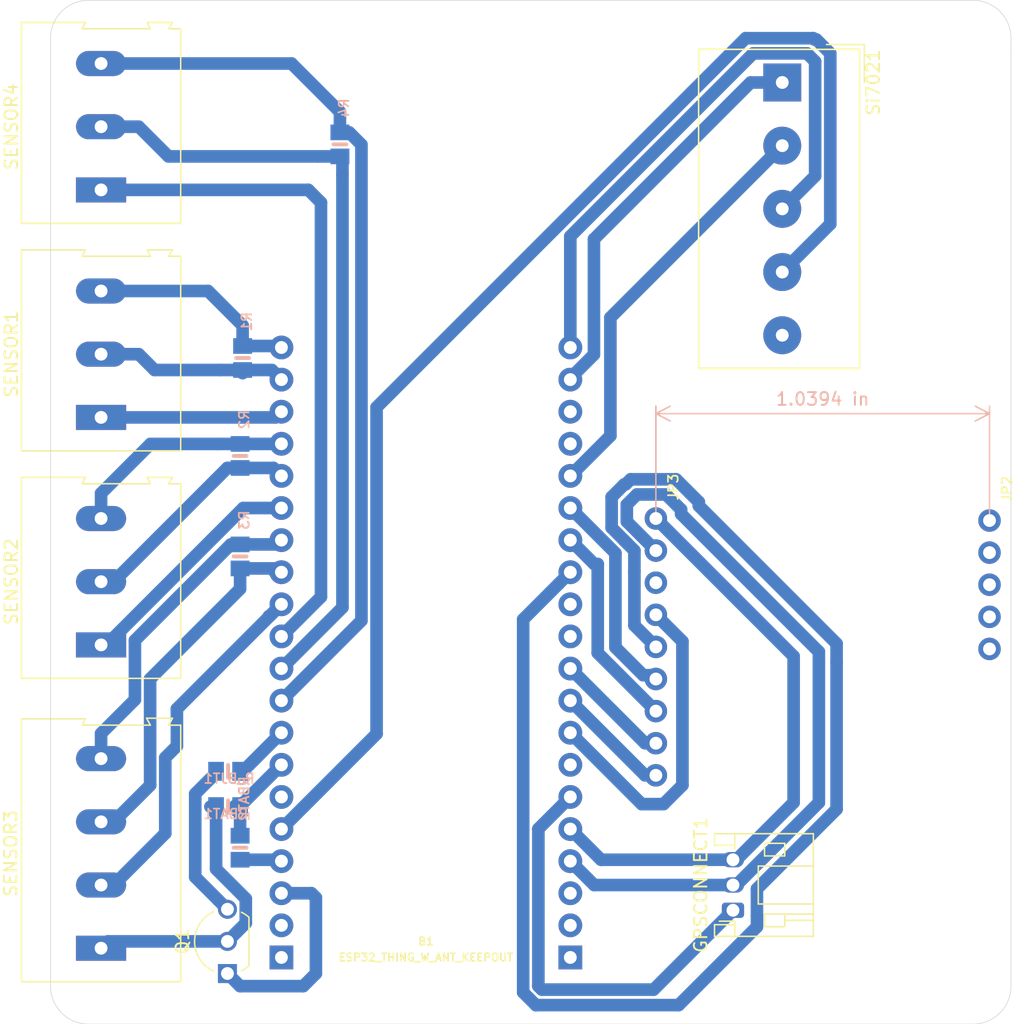
<source format=kicad_pcb>
(kicad_pcb (version 20171130) (host pcbnew "(5.1.0)-1")

  (general
    (thickness 1.6)
    (drawings 10)
    (tracks 192)
    (zones 0)
    (modules 17)
    (nets 51)
  )

  (page A4)
  (layers
    (0 F.Cu signal)
    (31 B.Cu signal)
    (32 B.Adhes user)
    (33 F.Adhes user)
    (34 B.Paste user)
    (35 F.Paste user)
    (36 B.SilkS user)
    (37 F.SilkS user)
    (38 B.Mask user)
    (39 F.Mask user)
    (40 Dwgs.User user)
    (41 Cmts.User user)
    (42 Eco1.User user)
    (43 Eco2.User user)
    (44 Edge.Cuts user)
    (45 Margin user)
    (46 B.CrtYd user)
    (47 F.CrtYd user)
    (48 B.Fab user)
    (49 F.Fab user)
  )

  (setup
    (last_trace_width 1)
    (user_trace_width 1)
    (trace_clearance 0.2)
    (zone_clearance 0.508)
    (zone_45_only no)
    (trace_min 0.2)
    (via_size 0.8)
    (via_drill 0.4)
    (via_min_size 0.4)
    (via_min_drill 0.3)
    (uvia_size 0.3)
    (uvia_drill 0.1)
    (uvias_allowed no)
    (uvia_min_size 0.2)
    (uvia_min_drill 0.1)
    (edge_width 0.05)
    (segment_width 0.2)
    (pcb_text_width 0.3)
    (pcb_text_size 1.5 1.5)
    (mod_edge_width 0.12)
    (mod_text_size 1 1)
    (mod_text_width 0.15)
    (pad_size 1.8796 1.8796)
    (pad_drill 1.016)
    (pad_to_mask_clearance 0.051)
    (solder_mask_min_width 0.25)
    (aux_axis_origin 0 0)
    (visible_elements 7FFFFFFF)
    (pcbplotparams
      (layerselection 0x01000_ffffffff)
      (usegerberextensions false)
      (usegerberattributes false)
      (usegerberadvancedattributes false)
      (creategerberjobfile false)
      (excludeedgelayer true)
      (linewidth 0.100000)
      (plotframeref false)
      (viasonmask false)
      (mode 1)
      (useauxorigin false)
      (hpglpennumber 1)
      (hpglpenspeed 20)
      (hpglpendiameter 15.000000)
      (psnegative false)
      (psa4output false)
      (plotreference true)
      (plotvalue true)
      (plotinvisibletext false)
      (padsonsilk false)
      (subtractmaskfromsilk false)
      (outputformat 1)
      (mirror false)
      (drillshape 0)
      (scaleselection 1)
      (outputdirectory "Gerber Plot/"))
  )

  (net 0 "")
  (net 1 "Net-(B1-Pad1)")
  (net 2 "Net-(B1-Pad2)")
  (net 3 "Net-(B1-Pad3)")
  (net 4 "Net-(B1-Pad4)")
  (net 5 "Net-(B1-Pad6)")
  (net 6 "Net-(B1-Pad7)")
  (net 7 "Net-(B1-Pad8)")
  (net 8 "Net-(B1-Pad9)")
  (net 9 "Net-(B1-Pad10)")
  (net 10 "Net-(B1-Pad11)")
  (net 11 "Net-(B1-Pad12)")
  (net 12 "Net-(B1-Pad13)")
  (net 13 "Net-(B1-Pad14)")
  (net 14 "Net-(B1-Pad15)")
  (net 15 "Net-(B1-Pad16)")
  (net 16 "Net-(B1-Pad17)")
  (net 17 "Net-(B1-Pad18)")
  (net 18 "Net-(B1-Pad19)")
  (net 19 "Net-(B1-Pad20)")
  (net 20 "Net-(B1-Pad23)")
  (net 21 "Net-(B1-Pad24)")
  (net 22 "Net-(B1-Pad29)")
  (net 23 "Net-(B1-Pad30)")
  (net 24 "Net-(B1-Pad34)")
  (net 25 GND)
  (net 26 "Net-(B1-Pad38)")
  (net 27 "Net-(B1-Pad39)")
  (net 28 "Net-(B1-Pad40)")
  (net 29 VIN)
  (net 30 /DIO1)
  (net 31 /DIO2)
  (net 32 /DIO3)
  (net 33 /DIO4)
  (net 34 /DIO5)
  (net 35 /EN)
  (net 36 /DIO0)
  (net 37 /SCK_5V)
  (net 38 /MISO_3V)
  (net 39 /MOSI_5V)
  (net 40 /CS_5V)
  (net 41 /RST_5V)
  (net 42 /TX)
  (net 43 "Net-(Q1-Pad3)")
  (net 44 "Net-(Q1-Pad2)")
  (net 45 /GND)
  (net 46 /SDA)
  (net 47 /SCL)
  (net 48 /+3V3)
  (net 49 /VIN)
  (net 50 /VCC)

  (net_class Default "This is the default net class."
    (clearance 0.2)
    (trace_width 0.25)
    (via_dia 0.8)
    (via_drill 0.4)
    (uvia_dia 0.3)
    (uvia_drill 0.1)
    (add_net /+3V3)
    (add_net /CS_5V)
    (add_net /DIO0)
    (add_net /DIO1)
    (add_net /DIO2)
    (add_net /DIO3)
    (add_net /DIO4)
    (add_net /DIO5)
    (add_net /EN)
    (add_net /GND)
    (add_net /MISO_3V)
    (add_net /MOSI_5V)
    (add_net /RST_5V)
    (add_net /SCK_5V)
    (add_net /SCL)
    (add_net /SDA)
    (add_net /TX)
    (add_net /VCC)
    (add_net /VIN)
    (add_net GND)
    (add_net "Net-(B1-Pad1)")
    (add_net "Net-(B1-Pad10)")
    (add_net "Net-(B1-Pad11)")
    (add_net "Net-(B1-Pad12)")
    (add_net "Net-(B1-Pad13)")
    (add_net "Net-(B1-Pad14)")
    (add_net "Net-(B1-Pad15)")
    (add_net "Net-(B1-Pad16)")
    (add_net "Net-(B1-Pad17)")
    (add_net "Net-(B1-Pad18)")
    (add_net "Net-(B1-Pad19)")
    (add_net "Net-(B1-Pad2)")
    (add_net "Net-(B1-Pad20)")
    (add_net "Net-(B1-Pad23)")
    (add_net "Net-(B1-Pad24)")
    (add_net "Net-(B1-Pad29)")
    (add_net "Net-(B1-Pad3)")
    (add_net "Net-(B1-Pad30)")
    (add_net "Net-(B1-Pad34)")
    (add_net "Net-(B1-Pad38)")
    (add_net "Net-(B1-Pad39)")
    (add_net "Net-(B1-Pad4)")
    (add_net "Net-(B1-Pad40)")
    (add_net "Net-(B1-Pad6)")
    (add_net "Net-(B1-Pad7)")
    (add_net "Net-(B1-Pad8)")
    (add_net "Net-(B1-Pad9)")
    (add_net "Net-(Q1-Pad2)")
    (add_net "Net-(Q1-Pad3)")
    (add_net VIN)
  )

  (module TerminalBlock:TerminalBlock_Altech_AK300-3_P5.00mm (layer F.Cu) (tedit 59FF0306) (tstamp 5CA242B3)
    (at 212 67 90)
    (descr "Altech AK300 terminal block, pitch 5.0mm, 45 degree angled, see http://www.mouser.com/ds/2/16/PCBMETRC-24178.pdf")
    (tags "Altech AK300 terminal block pitch 5.0mm")
    (path /5CAEFB7D)
    (fp_text reference SENSOR2 (at 5 -7.1 90) (layer F.SilkS)
      (effects (font (size 1 1) (thickness 0.15)))
    )
    (fp_text value Conn_01x03 (at 4.95 7.3 90) (layer F.Fab)
      (effects (font (size 1 1) (thickness 0.15)))
    )
    (fp_text user %R (at 5 -2 90) (layer F.Fab)
      (effects (font (size 1 1) (thickness 0.15)))
    )
    (fp_line (start -2.65 -6.3) (end -2.65 6.3) (layer F.SilkS) (width 0.12))
    (fp_line (start -2.65 6.3) (end 12.75 6.3) (layer F.SilkS) (width 0.12))
    (fp_line (start 12.75 6.3) (end 12.75 5.35) (layer F.SilkS) (width 0.12))
    (fp_line (start 12.75 5.35) (end 13.25 5.65) (layer F.SilkS) (width 0.12))
    (fp_line (start 13.25 5.65) (end 13.25 3.65) (layer F.SilkS) (width 0.12))
    (fp_line (start 13.25 3.65) (end 12.75 3.9) (layer F.SilkS) (width 0.12))
    (fp_line (start 12.75 3.9) (end 12.75 -1.5) (layer F.SilkS) (width 0.12))
    (fp_line (start 12.75 -1.5) (end 13.25 -1.25) (layer F.SilkS) (width 0.12))
    (fp_line (start 13.25 -1.25) (end 13.25 -6.3) (layer F.SilkS) (width 0.12))
    (fp_line (start 13.25 -6.3) (end -2.65 -6.3) (layer F.SilkS) (width 0.12))
    (fp_line (start 12.66 -0.65) (end -2.52 -0.65) (layer F.Fab) (width 0.1))
    (fp_line (start 8.02 3.99) (end 8.02 -0.26) (layer F.Fab) (width 0.1))
    (fp_line (start 12.09 6.21) (end 7.58 6.21) (layer F.Fab) (width 0.1))
    (fp_line (start 7.58 -3.19) (end 12.6 -3.19) (layer F.Fab) (width 0.1))
    (fp_line (start -2.58 -6.23) (end 12.66 -6.23) (layer F.Fab) (width 0.1))
    (fp_line (start 8.42 -0.26) (end 11.72 -0.26) (layer F.Fab) (width 0.1))
    (fp_line (start 8.04 -0.26) (end 8.42 -0.26) (layer F.Fab) (width 0.1))
    (fp_line (start 12.1 -0.26) (end 11.72 -0.26) (layer F.Fab) (width 0.1))
    (fp_line (start 8.57 -4.33) (end 11.62 -4.96) (layer F.Fab) (width 0.1))
    (fp_line (start 8.44 -4.46) (end 11.49 -5.09) (layer F.Fab) (width 0.1))
    (fp_line (start 12.1 -3.44) (end 8.04 -3.44) (layer F.Fab) (width 0.1))
    (fp_line (start 12.1 -5.98) (end 12.1 -3.44) (layer F.Fab) (width 0.1))
    (fp_line (start 8.04 -5.98) (end 12.1 -5.98) (layer F.Fab) (width 0.1))
    (fp_line (start 8.04 -3.44) (end 8.04 -5.98) (layer F.Fab) (width 0.1))
    (fp_line (start 12.66 -3.19) (end 12.66 -1.66) (layer F.Fab) (width 0.1))
    (fp_line (start 12.66 -0.65) (end 12.66 4.05) (layer F.Fab) (width 0.1))
    (fp_line (start 12.66 -1.66) (end 12.66 -0.65) (layer F.Fab) (width 0.1))
    (fp_line (start 11.72 0.5) (end 11.34 0.5) (layer F.Fab) (width 0.1))
    (fp_line (start 8.42 0.5) (end 8.8 0.5) (layer F.Fab) (width 0.1))
    (fp_line (start 8.42 3.67) (end 8.42 0.5) (layer F.Fab) (width 0.1))
    (fp_line (start 11.72 3.67) (end 8.42 3.67) (layer F.Fab) (width 0.1))
    (fp_line (start 11.72 3.67) (end 11.72 0.5) (layer F.Fab) (width 0.1))
    (fp_line (start 12.1 4.31) (end 12.1 6.21) (layer F.Fab) (width 0.1))
    (fp_line (start 8.04 4.31) (end 12.1 4.31) (layer F.Fab) (width 0.1))
    (fp_line (start 12.1 6.21) (end 12.66 6.21) (layer F.Fab) (width 0.1))
    (fp_line (start 12.1 -0.26) (end 12.1 4.31) (layer F.Fab) (width 0.1))
    (fp_line (start 8.04 6.21) (end 8.04 4.31) (layer F.Fab) (width 0.1))
    (fp_line (start 13.17 3.8) (end 13.17 5.45) (layer F.Fab) (width 0.1))
    (fp_line (start 12.66 4.05) (end 12.66 5.2) (layer F.Fab) (width 0.1))
    (fp_line (start 13.17 3.8) (end 12.66 4.05) (layer F.Fab) (width 0.1))
    (fp_line (start 12.66 5.2) (end 12.66 6.21) (layer F.Fab) (width 0.1))
    (fp_line (start 13.17 5.45) (end 12.66 5.2) (layer F.Fab) (width 0.1))
    (fp_line (start 13.17 -1.41) (end 12.66 -1.66) (layer F.Fab) (width 0.1))
    (fp_line (start 13.17 -6.23) (end 13.17 -1.41) (layer F.Fab) (width 0.1))
    (fp_line (start 12.66 -6.23) (end 13.17 -6.23) (layer F.Fab) (width 0.1))
    (fp_line (start 12.66 -6.23) (end 12.66 -3.19) (layer F.Fab) (width 0.1))
    (fp_line (start 8.8 2.53) (end 8.8 -0.26) (layer F.Fab) (width 0.1))
    (fp_line (start 8.8 -0.26) (end 11.34 -0.26) (layer F.Fab) (width 0.1))
    (fp_line (start 11.34 2.53) (end 11.34 -0.26) (layer F.Fab) (width 0.1))
    (fp_line (start 8.8 2.53) (end 11.34 2.53) (layer F.Fab) (width 0.1))
    (fp_line (start -1.28 2.53) (end 1.26 2.53) (layer F.Fab) (width 0.1))
    (fp_line (start 1.26 2.53) (end 1.26 -0.26) (layer F.Fab) (width 0.1))
    (fp_line (start -1.28 -0.26) (end 1.26 -0.26) (layer F.Fab) (width 0.1))
    (fp_line (start -1.28 2.53) (end -1.28 -0.26) (layer F.Fab) (width 0.1))
    (fp_line (start 3.72 2.53) (end 6.26 2.53) (layer F.Fab) (width 0.1))
    (fp_line (start 6.26 2.53) (end 6.26 -0.26) (layer F.Fab) (width 0.1))
    (fp_line (start 3.72 -0.26) (end 6.26 -0.26) (layer F.Fab) (width 0.1))
    (fp_line (start 3.72 2.53) (end 3.72 -0.26) (layer F.Fab) (width 0.1))
    (fp_line (start 8.02 5.2) (end 8.02 6.21) (layer F.Fab) (width 0.1))
    (fp_line (start 8.02 4.05) (end 8.02 5.2) (layer F.Fab) (width 0.1))
    (fp_line (start 2.96 6.21) (end 2.96 4.31) (layer F.Fab) (width 0.1))
    (fp_line (start 7.02 -0.26) (end 7.02 4.31) (layer F.Fab) (width 0.1))
    (fp_line (start 2.96 6.21) (end 7.02 6.21) (layer F.Fab) (width 0.1))
    (fp_line (start 7.02 6.21) (end 7.58 6.21) (layer F.Fab) (width 0.1))
    (fp_line (start 2.02 6.21) (end 2.02 4.31) (layer F.Fab) (width 0.1))
    (fp_line (start 2.02 6.21) (end 2.96 6.21) (layer F.Fab) (width 0.1))
    (fp_line (start -2.05 -0.26) (end -2.05 4.31) (layer F.Fab) (width 0.1))
    (fp_line (start -2.58 6.21) (end -2.05 6.21) (layer F.Fab) (width 0.1))
    (fp_line (start -2.05 6.21) (end 2.02 6.21) (layer F.Fab) (width 0.1))
    (fp_line (start 2.96 4.31) (end 7.02 4.31) (layer F.Fab) (width 0.1))
    (fp_line (start 2.96 4.31) (end 2.96 -0.26) (layer F.Fab) (width 0.1))
    (fp_line (start 7.02 4.31) (end 7.02 6.21) (layer F.Fab) (width 0.1))
    (fp_line (start 2.02 4.31) (end -2.05 4.31) (layer F.Fab) (width 0.1))
    (fp_line (start 2.02 4.31) (end 2.02 -0.26) (layer F.Fab) (width 0.1))
    (fp_line (start -2.05 4.31) (end -2.05 6.21) (layer F.Fab) (width 0.1))
    (fp_line (start 6.64 3.67) (end 6.64 0.5) (layer F.Fab) (width 0.1))
    (fp_line (start 6.64 3.67) (end 3.34 3.67) (layer F.Fab) (width 0.1))
    (fp_line (start 3.34 3.67) (end 3.34 0.5) (layer F.Fab) (width 0.1))
    (fp_line (start 1.64 3.67) (end 1.64 0.5) (layer F.Fab) (width 0.1))
    (fp_line (start 1.64 3.67) (end -1.67 3.67) (layer F.Fab) (width 0.1))
    (fp_line (start -1.67 3.67) (end -1.67 0.5) (layer F.Fab) (width 0.1))
    (fp_line (start -1.67 0.5) (end -1.28 0.5) (layer F.Fab) (width 0.1))
    (fp_line (start 1.64 0.5) (end 1.26 0.5) (layer F.Fab) (width 0.1))
    (fp_line (start 3.34 0.5) (end 3.72 0.5) (layer F.Fab) (width 0.1))
    (fp_line (start 6.64 0.5) (end 6.26 0.5) (layer F.Fab) (width 0.1))
    (fp_line (start -2.58 6.21) (end -2.58 -0.65) (layer F.Fab) (width 0.1))
    (fp_line (start -2.58 -0.65) (end -2.58 -3.19) (layer F.Fab) (width 0.1))
    (fp_line (start -2.58 -3.19) (end 7.58 -3.19) (layer F.Fab) (width 0.1))
    (fp_line (start -2.58 -3.19) (end -2.58 -6.23) (layer F.Fab) (width 0.1))
    (fp_line (start 2.96 -3.44) (end 2.96 -5.98) (layer F.Fab) (width 0.1))
    (fp_line (start 2.96 -5.98) (end 7.02 -5.98) (layer F.Fab) (width 0.1))
    (fp_line (start 7.02 -5.98) (end 7.02 -3.44) (layer F.Fab) (width 0.1))
    (fp_line (start 7.02 -3.44) (end 2.96 -3.44) (layer F.Fab) (width 0.1))
    (fp_line (start 2.02 -3.44) (end 2.02 -5.98) (layer F.Fab) (width 0.1))
    (fp_line (start 2.02 -3.44) (end -2.05 -3.44) (layer F.Fab) (width 0.1))
    (fp_line (start -2.05 -3.44) (end -2.05 -5.98) (layer F.Fab) (width 0.1))
    (fp_line (start 2.02 -5.98) (end -2.05 -5.98) (layer F.Fab) (width 0.1))
    (fp_line (start 3.36 -4.46) (end 6.41 -5.09) (layer F.Fab) (width 0.1))
    (fp_line (start 3.49 -4.33) (end 6.54 -4.96) (layer F.Fab) (width 0.1))
    (fp_line (start -1.64 -4.46) (end 1.41 -5.09) (layer F.Fab) (width 0.1))
    (fp_line (start -1.51 -4.33) (end 1.53 -4.96) (layer F.Fab) (width 0.1))
    (fp_line (start -2.05 -0.26) (end -1.67 -0.26) (layer F.Fab) (width 0.1))
    (fp_line (start 2.02 -0.26) (end 1.64 -0.26) (layer F.Fab) (width 0.1))
    (fp_line (start 1.64 -0.26) (end -1.67 -0.26) (layer F.Fab) (width 0.1))
    (fp_line (start 7.02 -0.26) (end 6.64 -0.26) (layer F.Fab) (width 0.1))
    (fp_line (start 2.96 -0.26) (end 3.34 -0.26) (layer F.Fab) (width 0.1))
    (fp_line (start 3.34 -0.26) (end 6.64 -0.26) (layer F.Fab) (width 0.1))
    (fp_line (start -2.83 -6.48) (end 13.42 -6.48) (layer F.CrtYd) (width 0.05))
    (fp_line (start -2.83 -6.48) (end -2.83 6.46) (layer F.CrtYd) (width 0.05))
    (fp_line (start 13.42 6.46) (end 13.42 -6.48) (layer F.CrtYd) (width 0.05))
    (fp_line (start 13.42 6.46) (end -2.83 6.46) (layer F.CrtYd) (width 0.05))
    (fp_arc (start 8.93 -4.66) (end 8.64 -4.14) (angle 104.2) (layer F.Fab) (width 0.1))
    (fp_arc (start 10.04 -3.72) (end 8.44 -5.01) (angle 100) (layer F.Fab) (width 0.1))
    (fp_arc (start 10.12 -6.08) (end 11.58 -4.13) (angle 75.5) (layer F.Fab) (width 0.1))
    (fp_arc (start 11.09 -4.6) (end 11.59 -5.06) (angle 90.5) (layer F.Fab) (width 0.1))
    (fp_arc (start 6.01 -4.6) (end 6.51 -5.06) (angle 90.5) (layer F.Fab) (width 0.1))
    (fp_arc (start 5.04 -6.08) (end 6.5 -4.13) (angle 75.5) (layer F.Fab) (width 0.1))
    (fp_arc (start 4.96 -3.72) (end 3.36 -5.01) (angle 100) (layer F.Fab) (width 0.1))
    (fp_arc (start 3.85 -4.66) (end 3.56 -4.14) (angle 104.2) (layer F.Fab) (width 0.1))
    (fp_arc (start 1 -4.6) (end 1.51 -5.06) (angle 90.5) (layer F.Fab) (width 0.1))
    (fp_arc (start 0.04 -6.08) (end 1.5 -4.13) (angle 75.5) (layer F.Fab) (width 0.1))
    (fp_arc (start -0.04 -3.72) (end -1.64 -5.01) (angle 100) (layer F.Fab) (width 0.1))
    (fp_arc (start -1.16 -4.66) (end -1.44 -4.14) (angle 104.2) (layer F.Fab) (width 0.1))
    (pad 1 thru_hole rect (at 0 0 90) (size 1.98 3.96) (drill 1.016) (layers *.Cu *.Mask)
      (net 14 "Net-(B1-Pad15)"))
    (pad 2 thru_hole oval (at 5 0 90) (size 1.98 3.96) (drill 1.016) (layers *.Cu *.Mask)
      (net 15 "Net-(B1-Pad16)"))
    (pad 3 thru_hole oval (at 10 0 90) (size 1.98 3.96) (drill 1.016) (layers *.Cu *.Mask)
      (net 16 "Net-(B1-Pad17)"))
    (model ${KISYS3DMOD}/TerminalBlock.3dshapes/TerminalBlock_Altech_AK300-3_P5.00mm.wrl
      (at (xyz 0 0 0))
      (scale (xyz 1 1 1))
      (rotate (xyz 0 0 0))
    )
  )

  (module TerminalBlock:TerminalBlock_Altech_AK300-4_P5.00mm (layer F.Cu) (tedit 59FF0306) (tstamp 5CA33FEC)
    (at 212 91 90)
    (descr "Altech AK300 terminal block, pitch 5.0mm, 45 degree angled, see http://www.mouser.com/ds/2/16/PCBMETRC-24178.pdf")
    (tags "Altech AK300 terminal block pitch 5.0mm")
    (path /5CBF362B)
    (fp_text reference SENSOR3 (at 7.5 -7.15 90) (layer F.SilkS)
      (effects (font (size 1 1) (thickness 0.15)))
    )
    (fp_text value Conn_01x04 (at 7.45 7.45 90) (layer F.Fab)
      (effects (font (size 1 1) (thickness 0.15)))
    )
    (fp_text user %R (at 7.5 -2 90) (layer F.Fab)
      (effects (font (size 1 1) (thickness 0.15)))
    )
    (fp_line (start -2.65 -6.3) (end 18.15 -6.3) (layer F.SilkS) (width 0.12))
    (fp_line (start 18.15 -6.3) (end 18.15 -1.25) (layer F.SilkS) (width 0.12))
    (fp_line (start 18.15 -1.25) (end 17.65 -1.5) (layer F.SilkS) (width 0.12))
    (fp_line (start 17.65 -1.5) (end 17.65 3.9) (layer F.SilkS) (width 0.12))
    (fp_line (start 17.65 3.9) (end 18.2 3.6) (layer F.SilkS) (width 0.12))
    (fp_line (start 18.2 3.6) (end 18.2 5.65) (layer F.SilkS) (width 0.12))
    (fp_line (start 18.2 5.65) (end 17.65 5.35) (layer F.SilkS) (width 0.12))
    (fp_line (start 17.65 5.35) (end 17.65 6.3) (layer F.SilkS) (width 0.12))
    (fp_line (start 17.65 6.3) (end -2.65 6.3) (layer F.SilkS) (width 0.12))
    (fp_line (start -2.65 6.3) (end -2.65 -6.3) (layer F.SilkS) (width 0.12))
    (fp_line (start 8.75 -0.25) (end 8.75 2.54) (layer F.Fab) (width 0.1))
    (fp_line (start 8.75 2.54) (end 11.29 2.54) (layer F.Fab) (width 0.1))
    (fp_line (start 11.29 2.54) (end 11.29 -0.25) (layer F.Fab) (width 0.1))
    (fp_line (start 7.94 -3.43) (end 7.94 -5.97) (layer F.Fab) (width 0.1))
    (fp_line (start 7.94 -5.97) (end 12 -5.97) (layer F.Fab) (width 0.1))
    (fp_line (start 12 -5.97) (end 12 -3.43) (layer F.Fab) (width 0.1))
    (fp_line (start 12 -3.43) (end 7.94 -3.43) (layer F.Fab) (width 0.1))
    (fp_line (start 8.34 -4.45) (end 11.39 -5.08) (layer F.Fab) (width 0.1))
    (fp_line (start 8.47 -4.32) (end 11.52 -4.95) (layer F.Fab) (width 0.1))
    (fp_line (start 7.99 4.32) (end 12.05 4.32) (layer F.Fab) (width 0.1))
    (fp_line (start 12.05 6.22) (end 12.05 -0.25) (layer F.Fab) (width 0.1))
    (fp_line (start 8.37 0.51) (end 8.75 0.51) (layer F.Fab) (width 0.1))
    (fp_line (start 8.37 0.51) (end 8.37 3.68) (layer F.Fab) (width 0.1))
    (fp_line (start 8.37 3.68) (end 11.67 3.68) (layer F.Fab) (width 0.1))
    (fp_line (start 11.67 3.68) (end 11.67 0.51) (layer F.Fab) (width 0.1))
    (fp_line (start 11.67 0.51) (end 11.29 0.51) (layer F.Fab) (width 0.1))
    (fp_line (start 12.51 -0.64) (end 17.59 -0.64) (layer F.Fab) (width 0.1))
    (fp_line (start 7.99 6.22) (end 7.99 -0.25) (layer F.Fab) (width 0.1))
    (fp_line (start 7.99 -0.25) (end 12.05 -0.25) (layer F.Fab) (width 0.1))
    (fp_line (start 16.95 6.22) (end 13.02 6.22) (layer F.Fab) (width 0.1))
    (fp_line (start 13.17 6.22) (end 7.07 6.22) (layer F.Fab) (width 0.1))
    (fp_line (start 17.59 -3.05) (end -2.58 -3.05) (layer F.Fab) (width 0.1))
    (fp_line (start 17.74 -6.22) (end -2.58 -6.22) (layer F.Fab) (width 0.1))
    (fp_line (start 12.66 -0.64) (end -2.52 -0.64) (layer F.Fab) (width 0.1))
    (fp_line (start 12.95 4) (end 12.95 -0.25) (layer F.Fab) (width 0.1))
    (fp_line (start 13.35 -0.25) (end 16.65 -0.25) (layer F.Fab) (width 0.1))
    (fp_line (start 12.97 -0.25) (end 13.35 -0.25) (layer F.Fab) (width 0.1))
    (fp_line (start 17.03 -0.25) (end 16.65 -0.25) (layer F.Fab) (width 0.1))
    (fp_line (start 13.5 -4.32) (end 16.55 -4.95) (layer F.Fab) (width 0.1))
    (fp_line (start 13.37 -4.45) (end 16.42 -5.08) (layer F.Fab) (width 0.1))
    (fp_line (start 17.03 -3.43) (end 12.97 -3.43) (layer F.Fab) (width 0.1))
    (fp_line (start 17.03 -5.97) (end 17.03 -3.43) (layer F.Fab) (width 0.1))
    (fp_line (start 12.97 -5.97) (end 17.03 -5.97) (layer F.Fab) (width 0.1))
    (fp_line (start 12.97 -3.43) (end 12.97 -5.97) (layer F.Fab) (width 0.1))
    (fp_line (start 17.59 -3.17) (end 17.59 -1.65) (layer F.Fab) (width 0.1))
    (fp_line (start 17.59 -0.64) (end 17.59 4.06) (layer F.Fab) (width 0.1))
    (fp_line (start 17.59 -1.65) (end 17.59 -0.64) (layer F.Fab) (width 0.1))
    (fp_line (start 16.65 0.51) (end 16.27 0.51) (layer F.Fab) (width 0.1))
    (fp_line (start 13.35 0.51) (end 13.73 0.51) (layer F.Fab) (width 0.1))
    (fp_line (start 13.35 3.68) (end 13.35 0.51) (layer F.Fab) (width 0.1))
    (fp_line (start 16.65 3.68) (end 13.35 3.68) (layer F.Fab) (width 0.1))
    (fp_line (start 16.65 3.68) (end 16.65 0.51) (layer F.Fab) (width 0.1))
    (fp_line (start 17.03 4.32) (end 17.03 6.22) (layer F.Fab) (width 0.1))
    (fp_line (start 12.97 4.32) (end 17.03 4.32) (layer F.Fab) (width 0.1))
    (fp_line (start 17.03 6.22) (end 17.59 6.22) (layer F.Fab) (width 0.1))
    (fp_line (start 17.03 -0.25) (end 17.03 4.32) (layer F.Fab) (width 0.1))
    (fp_line (start 12.97 6.22) (end 12.97 4.32) (layer F.Fab) (width 0.1))
    (fp_line (start 18.1 3.81) (end 18.1 5.46) (layer F.Fab) (width 0.1))
    (fp_line (start 17.59 4.06) (end 17.59 5.21) (layer F.Fab) (width 0.1))
    (fp_line (start 18.1 3.81) (end 17.59 4.06) (layer F.Fab) (width 0.1))
    (fp_line (start 17.59 5.21) (end 17.59 6.22) (layer F.Fab) (width 0.1))
    (fp_line (start 18.1 5.46) (end 17.59 5.21) (layer F.Fab) (width 0.1))
    (fp_line (start 18.1 -1.4) (end 17.59 -1.65) (layer F.Fab) (width 0.1))
    (fp_line (start 18.1 -6.22) (end 18.1 -1.4) (layer F.Fab) (width 0.1))
    (fp_line (start 17.59 -6.22) (end 18.1 -6.22) (layer F.Fab) (width 0.1))
    (fp_line (start 17.59 -6.22) (end 17.59 -3.17) (layer F.Fab) (width 0.1))
    (fp_line (start 13.73 2.54) (end 13.73 -0.25) (layer F.Fab) (width 0.1))
    (fp_line (start 13.73 -0.25) (end 16.27 -0.25) (layer F.Fab) (width 0.1))
    (fp_line (start 16.27 2.54) (end 16.27 -0.25) (layer F.Fab) (width 0.1))
    (fp_line (start 13.73 2.54) (end 16.27 2.54) (layer F.Fab) (width 0.1))
    (fp_line (start -1.28 2.54) (end 1.26 2.54) (layer F.Fab) (width 0.1))
    (fp_line (start 1.26 2.54) (end 1.26 -0.25) (layer F.Fab) (width 0.1))
    (fp_line (start -1.28 -0.25) (end 1.26 -0.25) (layer F.Fab) (width 0.1))
    (fp_line (start -1.28 2.54) (end -1.28 -0.25) (layer F.Fab) (width 0.1))
    (fp_line (start 3.72 2.54) (end 6.26 2.54) (layer F.Fab) (width 0.1))
    (fp_line (start 6.26 2.54) (end 6.26 -0.25) (layer F.Fab) (width 0.1))
    (fp_line (start 3.72 -0.25) (end 6.26 -0.25) (layer F.Fab) (width 0.1))
    (fp_line (start 3.72 2.54) (end 3.72 -0.25) (layer F.Fab) (width 0.1))
    (fp_line (start 12.95 5.21) (end 12.95 6.22) (layer F.Fab) (width 0.1))
    (fp_line (start 12.95 4.06) (end 12.95 5.21) (layer F.Fab) (width 0.1))
    (fp_line (start 2.96 6.22) (end 2.96 4.32) (layer F.Fab) (width 0.1))
    (fp_line (start 7.02 -0.25) (end 7.02 4.32) (layer F.Fab) (width 0.1))
    (fp_line (start 2.96 6.22) (end 7.02 6.22) (layer F.Fab) (width 0.1))
    (fp_line (start 2.02 6.22) (end 2.02 4.32) (layer F.Fab) (width 0.1))
    (fp_line (start 2.02 6.22) (end 2.96 6.22) (layer F.Fab) (width 0.1))
    (fp_line (start -2.05 -0.25) (end -2.05 4.32) (layer F.Fab) (width 0.1))
    (fp_line (start -2.58 6.22) (end -2.05 6.22) (layer F.Fab) (width 0.1))
    (fp_line (start -2.05 6.22) (end 2.02 6.22) (layer F.Fab) (width 0.1))
    (fp_line (start 2.96 4.32) (end 7.02 4.32) (layer F.Fab) (width 0.1))
    (fp_line (start 2.96 4.32) (end 2.96 -0.25) (layer F.Fab) (width 0.1))
    (fp_line (start 7.02 4.32) (end 7.02 6.22) (layer F.Fab) (width 0.1))
    (fp_line (start 2.02 4.32) (end -2.05 4.32) (layer F.Fab) (width 0.1))
    (fp_line (start 2.02 4.32) (end 2.02 -0.25) (layer F.Fab) (width 0.1))
    (fp_line (start -2.05 4.32) (end -2.05 6.22) (layer F.Fab) (width 0.1))
    (fp_line (start 6.64 3.68) (end 6.64 0.51) (layer F.Fab) (width 0.1))
    (fp_line (start 6.64 3.68) (end 3.34 3.68) (layer F.Fab) (width 0.1))
    (fp_line (start 3.34 3.68) (end 3.34 0.51) (layer F.Fab) (width 0.1))
    (fp_line (start 1.64 3.68) (end 1.64 0.51) (layer F.Fab) (width 0.1))
    (fp_line (start 1.64 3.68) (end -1.67 3.68) (layer F.Fab) (width 0.1))
    (fp_line (start -1.67 3.68) (end -1.67 0.51) (layer F.Fab) (width 0.1))
    (fp_line (start -1.67 0.51) (end -1.28 0.51) (layer F.Fab) (width 0.1))
    (fp_line (start 1.64 0.51) (end 1.26 0.51) (layer F.Fab) (width 0.1))
    (fp_line (start 3.34 0.51) (end 3.72 0.51) (layer F.Fab) (width 0.1))
    (fp_line (start 6.64 0.51) (end 6.26 0.51) (layer F.Fab) (width 0.1))
    (fp_line (start -2.58 6.22) (end -2.58 -0.64) (layer F.Fab) (width 0.1))
    (fp_line (start -2.58 -0.64) (end -2.58 -3.17) (layer F.Fab) (width 0.1))
    (fp_line (start -2.58 -3.17) (end -2.58 -6.22) (layer F.Fab) (width 0.1))
    (fp_line (start 2.96 -3.43) (end 2.96 -5.97) (layer F.Fab) (width 0.1))
    (fp_line (start 2.96 -5.97) (end 7.02 -5.97) (layer F.Fab) (width 0.1))
    (fp_line (start 7.02 -5.97) (end 7.02 -3.43) (layer F.Fab) (width 0.1))
    (fp_line (start 7.02 -3.43) (end 2.96 -3.43) (layer F.Fab) (width 0.1))
    (fp_line (start 2.02 -3.43) (end 2.02 -5.97) (layer F.Fab) (width 0.1))
    (fp_line (start 2.02 -3.43) (end -2.05 -3.43) (layer F.Fab) (width 0.1))
    (fp_line (start -2.05 -3.43) (end -2.05 -5.97) (layer F.Fab) (width 0.1))
    (fp_line (start 2.02 -5.97) (end -2.05 -5.97) (layer F.Fab) (width 0.1))
    (fp_line (start 3.36 -4.45) (end 6.41 -5.08) (layer F.Fab) (width 0.1))
    (fp_line (start 3.49 -4.32) (end 6.54 -4.95) (layer F.Fab) (width 0.1))
    (fp_line (start -1.64 -4.45) (end 1.41 -5.08) (layer F.Fab) (width 0.1))
    (fp_line (start -1.51 -4.32) (end 1.53 -4.95) (layer F.Fab) (width 0.1))
    (fp_line (start -2.05 -0.25) (end -1.67 -0.25) (layer F.Fab) (width 0.1))
    (fp_line (start 2.02 -0.25) (end 1.64 -0.25) (layer F.Fab) (width 0.1))
    (fp_line (start 1.64 -0.25) (end -1.67 -0.25) (layer F.Fab) (width 0.1))
    (fp_line (start 7.02 -0.25) (end 6.64 -0.25) (layer F.Fab) (width 0.1))
    (fp_line (start 2.96 -0.25) (end 3.34 -0.25) (layer F.Fab) (width 0.1))
    (fp_line (start 3.34 -0.25) (end 6.64 -0.25) (layer F.Fab) (width 0.1))
    (fp_line (start -2.83 -6.47) (end 18.35 -6.47) (layer F.CrtYd) (width 0.05))
    (fp_line (start -2.83 -6.47) (end -2.83 6.47) (layer F.CrtYd) (width 0.05))
    (fp_line (start 18.35 6.47) (end 18.35 -6.47) (layer F.CrtYd) (width 0.05))
    (fp_line (start 18.35 6.47) (end -2.83 6.47) (layer F.CrtYd) (width 0.05))
    (fp_arc (start 10.99 -4.59) (end 11.49 -5.05) (angle 90.5) (layer F.Fab) (width 0.1))
    (fp_arc (start 10.02 -6.07) (end 11.48 -4.12) (angle 75.5) (layer F.Fab) (width 0.1))
    (fp_arc (start 9.94 -3.71) (end 8.34 -5) (angle 100) (layer F.Fab) (width 0.1))
    (fp_arc (start 8.83 -4.65) (end 8.54 -4.13) (angle 104.2) (layer F.Fab) (width 0.1))
    (fp_arc (start 13.86 -4.65) (end 13.57 -4.13) (angle 104.2) (layer F.Fab) (width 0.1))
    (fp_arc (start 14.97 -3.71) (end 13.37 -5) (angle 100) (layer F.Fab) (width 0.1))
    (fp_arc (start 15.05 -6.07) (end 16.51 -4.12) (angle 75.5) (layer F.Fab) (width 0.1))
    (fp_arc (start 16.02 -4.59) (end 16.52 -5.05) (angle 90.5) (layer F.Fab) (width 0.1))
    (fp_arc (start 6.01 -4.59) (end 6.51 -5.05) (angle 90.5) (layer F.Fab) (width 0.1))
    (fp_arc (start 5.04 -6.07) (end 6.5 -4.12) (angle 75.5) (layer F.Fab) (width 0.1))
    (fp_arc (start 4.96 -3.71) (end 3.36 -5) (angle 100) (layer F.Fab) (width 0.1))
    (fp_arc (start 3.85 -4.65) (end 3.56 -4.13) (angle 104.2) (layer F.Fab) (width 0.1))
    (fp_arc (start 1 -4.59) (end 1.51 -5.05) (angle 90.5) (layer F.Fab) (width 0.1))
    (fp_arc (start 0.04 -6.07) (end 1.5 -4.12) (angle 75.5) (layer F.Fab) (width 0.1))
    (fp_arc (start -0.04 -3.71) (end -1.64 -5) (angle 100) (layer F.Fab) (width 0.1))
    (fp_arc (start -1.16 -4.65) (end -1.44 -4.13) (angle 104.2) (layer F.Fab) (width 0.1))
    (pad 1 thru_hole rect (at 0 0 90) (size 1.98 3.96) (drill 1.016) (layers *.Cu *.Mask)
      (net 44 "Net-(Q1-Pad2)"))
    (pad 2 thru_hole oval (at 5 0 90) (size 1.98 3.96) (drill 1.016) (layers *.Cu *.Mask)
      (net 11 "Net-(B1-Pad12)"))
    (pad 4 thru_hole oval (at 15 0 90) (size 1.98 3.96) (drill 1.016) (layers *.Cu *.Mask)
      (net 13 "Net-(B1-Pad14)"))
    (pad 3 thru_hole oval (at 10 0 90) (size 1.98 3.96) (drill 1.016) (layers *.Cu *.Mask)
      (net 12 "Net-(B1-Pad13)"))
    (model ${KISYS3DMOD}/TerminalBlock.3dshapes/TerminalBlock_Altech_AK300-4_P5.00mm.wrl
      (at (xyz 0 0 0))
      (scale (xyz 1 1 1))
      (rotate (xyz 0 0 0))
    )
  )

  (module Package_TO_SOT_THT:TO-92L_Inline_Wide (layer F.Cu) (tedit 5A11996A) (tstamp 5CA2F685)
    (at 222 93 90)
    (descr "TO-92L leads in-line (large body variant of TO-92), also known as TO-226, wide, drill 0.75mm (see https://www.diodes.com/assets/Package-Files/TO92L.pdf and http://www.ti.com/lit/an/snoa059/snoa059.pdf)")
    (tags "TO-92L Inline Wide transistor")
    (path /5CC13613)
    (fp_text reference Q1 (at 2.54 -3.56 90) (layer F.SilkS)
      (effects (font (size 1 1) (thickness 0.15)))
    )
    (fp_text value 2P222 (at 2.54 2.79 90) (layer F.Fab)
      (effects (font (size 1 1) (thickness 0.15)))
    )
    (fp_text user %R (at 2.54 -3.56 90) (layer F.Fab)
      (effects (font (size 1 1) (thickness 0.15)))
    )
    (fp_line (start 0.6 1.7) (end 4.45 1.7) (layer F.SilkS) (width 0.12))
    (fp_line (start 0.65 1.6) (end 4.4 1.6) (layer F.Fab) (width 0.1))
    (fp_line (start -1 -2.75) (end 6.1 -2.75) (layer F.CrtYd) (width 0.05))
    (fp_line (start -1 -2.75) (end -1 1.85) (layer F.CrtYd) (width 0.05))
    (fp_line (start 6.1 1.85) (end 6.1 -2.75) (layer F.CrtYd) (width 0.05))
    (fp_line (start 6.1 1.85) (end -1 1.85) (layer F.CrtYd) (width 0.05))
    (fp_arc (start 2.54 0) (end 0.6 1.7) (angle 15.44288892) (layer F.SilkS) (width 0.12))
    (fp_arc (start 2.54 0) (end 2.54 -2.6) (angle -65) (layer F.SilkS) (width 0.12))
    (fp_arc (start 2.54 0) (end 2.54 -2.6) (angle 65) (layer F.SilkS) (width 0.12))
    (fp_arc (start 2.54 0) (end 2.54 -2.48) (angle 129.9527847) (layer F.Fab) (width 0.1))
    (fp_arc (start 2.54 0) (end 2.54 -2.48) (angle -130.2499344) (layer F.Fab) (width 0.1))
    (fp_arc (start 2.54 0) (end 4.45 1.7) (angle -15.88591585) (layer F.SilkS) (width 0.12))
    (pad 2 thru_hole circle (at 2.54 0 180) (size 1.5 1.5) (drill 1.016) (layers *.Cu *.Mask)
      (net 44 "Net-(Q1-Pad2)"))
    (pad 3 thru_hole circle (at 5.08 0 180) (size 1.5 1.5) (drill 1.016) (layers *.Cu *.Mask)
      (net 43 "Net-(Q1-Pad3)"))
    (pad 1 thru_hole rect (at 0 0 180) (size 1.5 1.5) (drill 1.016) (layers *.Cu *.Mask)
      (net 3 "Net-(B1-Pad3)"))
    (model ${KISYS3DMOD}/Package_TO_SOT_THT.3dshapes/TO-92L_Inline_Wide.wrl
      (at (xyz 0 0 0))
      (scale (xyz 1 1 1))
      (rotate (xyz 0 0 0))
    )
  )

  (module "Adafruit RFM+LoRa Breakout:1X05_ROUND_70" (layer F.Cu) (tedit 0) (tstamp 5CAA6AE0)
    (at 282.3 62.24 270)
    (path /5CAC5F34)
    (fp_text reference JP2 (at -6.4262 -1.8288 270) (layer F.SilkS)
      (effects (font (size 0.77216 0.77216) (thickness 0.138988)) (justify left bottom))
    )
    (fp_text value HEADER-1X570MIL (at -6.35 3.175 270) (layer F.Fab)
      (effects (font (size 0.38608 0.38608) (thickness 0.038608)) (justify left bottom))
    )
    (fp_line (start -6.35 -0.635) (end -6.35 0.635) (layer F.Fab) (width 0.2032))
    (fp_poly (pts (xy 2.286 0.254) (xy 2.794 0.254) (xy 2.794 -0.254) (xy 2.286 -0.254)) (layer F.Fab) (width 0))
    (fp_poly (pts (xy -0.254 0.254) (xy 0.254 0.254) (xy 0.254 -0.254) (xy -0.254 -0.254)) (layer F.Fab) (width 0))
    (fp_poly (pts (xy -2.794 0.254) (xy -2.286 0.254) (xy -2.286 -0.254) (xy -2.794 -0.254)) (layer F.Fab) (width 0))
    (fp_poly (pts (xy -5.334 0.254) (xy -4.826 0.254) (xy -4.826 -0.254) (xy -5.334 -0.254)) (layer F.Fab) (width 0))
    (fp_poly (pts (xy 4.826 0.254) (xy 5.334 0.254) (xy 5.334 -0.254) (xy 4.826 -0.254)) (layer F.Fab) (width 0))
    (pad 1 thru_hole circle (at -5.08 0) (size 1.778 1.778) (drill 1.016) (layers *.Cu *.Mask)
      (net 30 /DIO1) (solder_mask_margin 0.0508))
    (pad 2 thru_hole circle (at -2.54 0) (size 1.778 1.778) (drill 1.016) (layers *.Cu *.Mask)
      (net 31 /DIO2) (solder_mask_margin 0.0508))
    (pad 3 thru_hole circle (at 0 0) (size 1.778 1.778) (drill 1.016) (layers *.Cu *.Mask)
      (net 32 /DIO3) (solder_mask_margin 0.0508))
    (pad 4 thru_hole circle (at 2.54 0) (size 1.778 1.778) (drill 1.016) (layers *.Cu *.Mask)
      (net 33 /DIO4) (solder_mask_margin 0.0508))
    (pad 5 thru_hole circle (at 5.08 0) (size 1.778 1.778) (drill 1.016) (layers *.Cu *.Mask)
      (net 34 /DIO5) (solder_mask_margin 0.0508))
  )

  (module SeniorProject:ESP32_THING_NO_ANT (layer F.Cu) (tedit 5CAA7A80) (tstamp 5C9EF8D9)
    (at 225 93)
    (path /5C9E9D3C)
    (attr virtual)
    (fp_text reference B1 (at 12.7 -2.54) (layer F.SilkS)
      (effects (font (size 0.6096 0.6096) (thickness 0.127)))
    )
    (fp_text value ESP32_THING_W_ANT_KEEPOUT (at 12.7 -1.27) (layer F.SilkS)
      (effects (font (size 0.6096 0.6096) (thickness 0.127)))
    )
    (fp_line (start 0 0) (end 0 -51.435) (layer Dwgs.User) (width 0.2032))
    (fp_line (start 0 -51.435) (end 0 -58.293) (layer Dwgs.User) (width 0.2032))
    (fp_line (start 0.635 -58.928) (end 24.765 -58.928) (layer Dwgs.User) (width 0.2032))
    (fp_line (start 25.4 -58.293) (end 25.4 -51.435) (layer Dwgs.User) (width 0.2032))
    (fp_line (start 25.4 -51.435) (end 25.4 0) (layer Dwgs.User) (width 0.2032))
    (fp_line (start 25.4 0) (end 0 0) (layer Dwgs.User) (width 0.2032))
    (fp_arc (start 0.635 -58.293) (end 0 -58.293) (angle 90) (layer Dwgs.User) (width 0.2032))
    (fp_arc (start 24.765 -58.293) (end 24.765 -58.928) (angle 90) (layer Dwgs.User) (width 0.2032))
    (fp_text user 34 (at 3.937 -34.4805) (layer Dwgs.User)
      (effects (font (size 0.889 0.889) (thickness 0.127)))
    )
    (fp_text user 35 (at 3.937 -31.9405) (layer Dwgs.User)
      (effects (font (size 0.889 0.889) (thickness 0.127)))
    )
    (fp_text user 32 (at 3.937 -39.55796) (layer Dwgs.User)
      (effects (font (size 0.889 0.889) (thickness 0.127)))
    )
    (fp_text user 33 (at 3.937 -37.0205) (layer Dwgs.User)
      (effects (font (size 0.889 0.889) (thickness 0.127)))
    )
    (fp_text user 25 (at 3.937 -29.4005) (layer Dwgs.User)
      (effects (font (size 0.889 0.889) (thickness 0.127)))
    )
    (fp_text user 26 (at 3.937 -26.85796) (layer Dwgs.User)
      (effects (font (size 0.889 0.889) (thickness 0.127)))
    )
    (fp_text user 27 (at 3.9116 -24.3205) (layer Dwgs.User)
      (effects (font (size 0.889 0.889) (thickness 0.127)))
    )
    (fp_text user 14 (at 3.9116 -21.7805) (layer Dwgs.User)
      (effects (font (size 0.889 0.889) (thickness 0.127)))
    )
    (fp_text user 12 (at 3.9116 -19.2405) (layer Dwgs.User)
      (effects (font (size 0.889 0.889) (thickness 0.127)))
    )
    (fp_text user 13 (at 3.937 -16.8275) (layer Dwgs.User)
      (effects (font (size 0.889 0.889) (thickness 0.127)))
    )
    (fp_text user VBAT (at 4.826 -6.6675) (layer Dwgs.User)
      (effects (font (size 0.889 0.889) (thickness 0.127)))
    )
    (fp_text user 19 (at 20.5359 -36.8935) (layer Dwgs.User)
      (effects (font (size 0.889 0.889) (thickness 0.127)))
    )
    (fp_text user 21 (at 20.5359 -47.0535) (layer Dwgs.User)
      (effects (font (size 0.889 0.889) (thickness 0.127)))
    )
    (fp_text user 22 (at 20.5613 -39.43096) (layer Dwgs.User)
      (effects (font (size 0.889 0.889) (thickness 0.127)))
    )
    (fp_text user RX (at 20.5867 -41.9735) (layer Dwgs.User)
      (effects (font (size 0.889 0.889) (thickness 0.127)))
    )
    (fp_text user TX (at 20.5359 -44.5135) (layer Dwgs.User)
      (effects (font (size 0.889 0.889) (thickness 0.127)))
    )
    (fp_text user 23 (at 20.5359 -34.3535) (layer Dwgs.User)
      (effects (font (size 0.889 0.889) (thickness 0.127)))
    )
    (fp_text user 18 (at 20.5359 -31.8135) (layer Dwgs.User)
      (effects (font (size 0.889 0.889) (thickness 0.127)))
    )
    (fp_text user 5 (at 20.0914 -29.2735) (layer Dwgs.User)
      (effects (font (size 0.889 0.889) (thickness 0.127)))
    )
    (fp_text user 15 (at 20.5359 -26.73096) (layer Dwgs.User)
      (effects (font (size 0.889 0.889) (thickness 0.127)))
    )
    (fp_text user 2 (at 20.0914 -24.1935) (layer Dwgs.User)
      (effects (font (size 0.889 0.889) (thickness 0.127)))
    )
    (fp_text user 0 (at 20.0914 -21.6535) (layer Dwgs.User)
      (effects (font (size 0.889 0.889) (thickness 0.127)))
    )
    (fp_text user 4 (at 20.0914 -19.1135) (layer Dwgs.User)
      (effects (font (size 0.889 0.889) (thickness 0.127)))
    )
    (fp_text user 17 (at 20.5359 -16.5735) (layer Dwgs.User)
      (effects (font (size 0.889 0.889) (thickness 0.127)))
    )
    (fp_text user 16 (at 20.5359 -14.0335) (layer Dwgs.User)
      (effects (font (size 0.889 0.889) (thickness 0.127)))
    )
    (fp_text user 39 (at 3.937 -42.1005) (layer Dwgs.User)
      (effects (font (size 0.889 0.889) (thickness 0.127)))
    )
    (fp_text user 38 (at 3.937 -44.6405) (layer Dwgs.User)
      (effects (font (size 0.889 0.889) (thickness 0.127)))
    )
    (fp_text user 37 (at 3.937 -47.1805) (layer Dwgs.User)
      (effects (font (size 0.889 0.889) (thickness 0.127)))
    )
    (fp_text user 36 (at 3.937 -49.7205) (layer Dwgs.User)
      (effects (font (size 0.889 0.889) (thickness 0.127)))
    )
    (fp_text user GND (at 20.9042 -49.5935) (layer Dwgs.User)
      (effects (font (size 0.889 0.889) (thickness 0.127)))
    )
    (fp_text user !RST! (at 5.2705 -14.2875) (layer Dwgs.User)
      (effects (font (size 0.889 0.889) (thickness 0.127)))
    )
    (fp_text user 3V3 (at 4.3815 -11.7475) (layer Dwgs.User)
      (effects (font (size 0.889 0.889) (thickness 0.127)))
    )
    (fp_text user GND (at 4.3815 -9.2075) (layer Dwgs.User)
      (effects (font (size 0.889 0.889) (thickness 0.127)))
    )
    (fp_text user VUSB (at 4.826 -4.12496) (layer Dwgs.User)
      (effects (font (size 0.889 0.889) (thickness 0.127)))
    )
    (fp_text user GND (at 4.3815 -1.5875) (layer Dwgs.User)
      (effects (font (size 0.889 0.889) (thickness 0.127)))
    )
    (fp_text user 3V3 (at 20.9804 -11.4935) (layer Dwgs.User)
      (effects (font (size 0.889 0.889) (thickness 0.127)))
    )
    (fp_text user GND (at 20.9804 -8.9535) (layer Dwgs.User)
      (effects (font (size 0.889 0.889) (thickness 0.127)))
    )
    (fp_text user VBAT (at 21.4249 -6.4135) (layer Dwgs.User)
      (effects (font (size 0.889 0.889) (thickness 0.127)))
    )
    (fp_text user VUSB (at 21.4249 -3.8735) (layer Dwgs.User)
      (effects (font (size 0.889 0.889) (thickness 0.127)))
    )
    (fp_text user GND (at 20.9804 -1.3335) (layer Dwgs.User)
      (effects (font (size 0.889 0.889) (thickness 0.127)))
    )
    (pad 1 thru_hole rect (at 1.27 -1.27) (size 1.8796 1.8796) (drill 1.016) (layers *.Cu *.Mask)
      (net 1 "Net-(B1-Pad1)") (solder_mask_margin 0.1016))
    (pad 2 thru_hole circle (at 1.27 -3.81) (size 1.8796 1.8796) (drill 1.016) (layers *.Cu *.Mask)
      (net 2 "Net-(B1-Pad2)") (solder_mask_margin 0.1016))
    (pad 3 thru_hole circle (at 1.27 -6.35) (size 1.8796 1.8796) (drill 1.016) (layers *.Cu *.Mask)
      (net 3 "Net-(B1-Pad3)") (solder_mask_margin 0.1016))
    (pad 4 thru_hole circle (at 1.27 -8.89) (size 1.8796 1.8796) (drill 1.016) (layers *.Cu *.Mask)
      (net 4 "Net-(B1-Pad4)") (solder_mask_margin 0.1016))
    (pad 5 thru_hole circle (at 1.27 -11.43) (size 1.8796 1.8796) (drill 1.016) (layers *.Cu *.Mask)
      (net 48 /+3V3) (solder_mask_margin 0.1016))
    (pad 6 thru_hole circle (at 1.27 -13.97) (size 1.8796 1.8796) (drill 1.016) (layers *.Cu *.Mask)
      (net 5 "Net-(B1-Pad6)") (solder_mask_margin 0.1016))
    (pad 7 thru_hole circle (at 1.27 -16.51) (size 1.8796 1.8796) (drill 1.016) (layers *.Cu *.Mask)
      (net 6 "Net-(B1-Pad7)") (solder_mask_margin 0.1016))
    (pad 8 thru_hole circle (at 1.27 -19.05) (size 1.8796 1.8796) (drill 1.016) (layers *.Cu *.Mask)
      (net 7 "Net-(B1-Pad8)") (solder_mask_margin 0.1016))
    (pad 9 thru_hole circle (at 1.27 -21.59) (size 1.8796 1.8796) (drill 1.016) (layers *.Cu *.Mask)
      (net 8 "Net-(B1-Pad9)") (solder_mask_margin 0.1016))
    (pad 10 thru_hole circle (at 1.27 -24.13) (size 1.8796 1.8796) (drill 1.016) (layers *.Cu *.Mask)
      (net 9 "Net-(B1-Pad10)") (solder_mask_margin 0.1016))
    (pad 11 thru_hole circle (at 1.27 -26.67) (size 1.8796 1.8796) (drill 1.016) (layers *.Cu *.Mask)
      (net 10 "Net-(B1-Pad11)") (solder_mask_margin 0.1016))
    (pad 12 thru_hole circle (at 1.27 -29.21) (size 1.8796 1.8796) (drill 1.016) (layers *.Cu *.Mask)
      (net 11 "Net-(B1-Pad12)") (solder_mask_margin 0.1016))
    (pad 13 thru_hole circle (at 1.27 -31.75) (size 1.8796 1.8796) (drill 1.016) (layers *.Cu *.Mask)
      (net 12 "Net-(B1-Pad13)") (solder_mask_margin 0.1016))
    (pad 14 thru_hole circle (at 1.27 -34.29) (size 1.8796 1.8796) (drill 1.016) (layers *.Cu *.Mask)
      (net 13 "Net-(B1-Pad14)") (solder_mask_margin 0.1016))
    (pad 15 thru_hole circle (at 1.27 -36.83) (size 1.8796 1.8796) (drill 1.016) (layers *.Cu *.Mask)
      (net 14 "Net-(B1-Pad15)") (solder_mask_margin 0.1016))
    (pad 16 thru_hole circle (at 1.27 -39.37) (size 1.8796 1.8796) (drill 1.016) (layers *.Cu *.Mask)
      (net 15 "Net-(B1-Pad16)") (solder_mask_margin 0.1016))
    (pad 17 thru_hole circle (at 1.27 -41.91) (size 1.8796 1.8796) (drill 1.016) (layers *.Cu *.Mask)
      (net 16 "Net-(B1-Pad17)") (solder_mask_margin 0.1016))
    (pad 18 thru_hole circle (at 1.27 -44.45) (size 1.8796 1.8796) (drill 1.016) (layers *.Cu *.Mask)
      (net 17 "Net-(B1-Pad18)") (solder_mask_margin 0.1016))
    (pad 19 thru_hole circle (at 1.27 -46.99) (size 1.8796 1.8796) (drill 1.016) (layers *.Cu *.Mask)
      (net 18 "Net-(B1-Pad19)") (solder_mask_margin 0.1016))
    (pad 20 thru_hole circle (at 1.27 -49.53) (size 1.8796 1.8796) (drill 1.016) (layers *.Cu *.Mask)
      (net 19 "Net-(B1-Pad20)") (solder_mask_margin 0.1016))
    (pad 21 thru_hole circle (at 24.13 -49.53) (size 1.8796 1.8796) (drill 1.016) (layers *.Cu *.Mask)
      (net 45 /GND) (solder_mask_margin 0.1016))
    (pad 22 thru_hole circle (at 24.13 -46.99) (size 1.8796 1.8796) (drill 1.016) (layers *.Cu *.Mask)
      (net 46 /SDA) (solder_mask_margin 0.1016))
    (pad 23 thru_hole circle (at 24.13 -44.45) (size 1.8796 1.8796) (drill 1.016) (layers *.Cu *.Mask)
      (net 20 "Net-(B1-Pad23)") (solder_mask_margin 0.1016))
    (pad 24 thru_hole circle (at 24.13 -41.91) (size 1.8796 1.8796) (drill 1.016) (layers *.Cu *.Mask)
      (net 21 "Net-(B1-Pad24)") (solder_mask_margin 0.1016))
    (pad 25 thru_hole circle (at 24.13 -39.37) (size 1.8796 1.8796) (drill 1.016) (layers *.Cu *.Mask)
      (net 47 /SCL) (solder_mask_margin 0.1016))
    (pad 26 thru_hole circle (at 24.13 -36.83) (size 1.8796 1.8796) (drill 1.016) (layers *.Cu *.Mask)
      (net 38 /MISO_3V) (solder_mask_margin 0.1016))
    (pad 27 thru_hole circle (at 24.13 -34.29) (size 1.8796 1.8796) (drill 1.016) (layers *.Cu *.Mask)
      (net 39 /MOSI_5V) (solder_mask_margin 0.1016))
    (pad 28 thru_hole circle (at 24.13 -31.75) (size 1.8796 1.8796) (drill 1.016) (layers *.Cu *.Mask)
      (net 37 /SCK_5V) (solder_mask_margin 0.1016))
    (pad 29 thru_hole circle (at 24.13 -29.21) (size 1.8796 1.8796) (drill 1.016) (layers *.Cu *.Mask)
      (net 22 "Net-(B1-Pad29)") (solder_mask_margin 0.1016))
    (pad 30 thru_hole circle (at 24.13 -26.67) (size 1.8796 1.8796) (drill 1.016) (layers *.Cu *.Mask)
      (net 23 "Net-(B1-Pad30)") (solder_mask_margin 0.1016))
    (pad 31 thru_hole circle (at 24.13 -24.13) (size 1.8796 1.8796) (drill 1.016) (layers *.Cu *.Mask)
      (net 40 /CS_5V) (solder_mask_margin 0.1016))
    (pad 32 thru_hole circle (at 24.13 -21.59) (size 1.8796 1.8796) (drill 1.016) (layers *.Cu *.Mask)
      (net 41 /RST_5V) (solder_mask_margin 0.1016))
    (pad 33 thru_hole circle (at 24.13 -19.05) (size 1.8796 1.8796) (drill 1.016) (layers *.Cu *.Mask)
      (net 36 /DIO0) (solder_mask_margin 0.1016))
    (pad 34 thru_hole circle (at 24.13 -16.51) (size 1.8796 1.8796) (drill 1.016) (layers *.Cu *.Mask)
      (net 24 "Net-(B1-Pad34)") (solder_mask_margin 0.1016))
    (pad 35 thru_hole circle (at 24.13 -13.97) (size 1.8796 1.8796) (drill 1.016) (layers *.Cu *.Mask)
      (net 42 /TX) (solder_mask_margin 0.1016))
    (pad 36 thru_hole circle (at 24.13 -11.43) (size 1.8796 1.8796) (drill 1.016) (layers *.Cu *.Mask)
      (net 50 /VCC) (solder_mask_margin 0.1016))
    (pad 37 thru_hole circle (at 24.13 -8.89) (size 1.8796 1.8796) (drill 1.016) (layers *.Cu *.Mask)
      (net 45 /GND) (solder_mask_margin 0.1016))
    (pad 38 thru_hole circle (at 24.13 -6.35) (size 1.8796 1.8796) (drill 1.016) (layers *.Cu *.Mask)
      (net 26 "Net-(B1-Pad38)") (solder_mask_margin 0.1016))
    (pad 39 thru_hole circle (at 24.13 -3.81) (size 1.8796 1.8796) (drill 1.016) (layers *.Cu *.Mask)
      (net 27 "Net-(B1-Pad39)") (solder_mask_margin 0.1016))
    (pad 40 thru_hole rect (at 24.13 -1.27) (size 1.8796 1.8796) (drill 1.016) (layers *.Cu *.Mask)
      (net 28 "Net-(B1-Pad40)") (solder_mask_margin 0.1016))
  )

  (module "Adafruit RFM+LoRa Breakout:1X09_ROUND_70" (layer F.Cu) (tedit 0) (tstamp 5CA187CD)
    (at 255.9 67.16 270)
    (path /8182258E)
    (fp_text reference JP3 (at -11.5062 -1.8288 270) (layer F.SilkS)
      (effects (font (size 0.77216 0.77216) (thickness 0.138988)) (justify left bottom))
    )
    (fp_text value HEADER-1X970MIL (at -11.43 3.175 270) (layer F.Fab)
      (effects (font (size 0.38608 0.38608) (thickness 0.038608)) (justify left bottom))
    )
    (fp_line (start -11.43 -0.635) (end -11.43 0.635) (layer F.Fab) (width 0.2032))
    (fp_poly (pts (xy 7.366 0.254) (xy 7.874 0.254) (xy 7.874 -0.254) (xy 7.366 -0.254)) (layer F.Fab) (width 0))
    (fp_poly (pts (xy 4.826 0.254) (xy 5.334 0.254) (xy 5.334 -0.254) (xy 4.826 -0.254)) (layer F.Fab) (width 0))
    (fp_poly (pts (xy 2.286 0.254) (xy 2.794 0.254) (xy 2.794 -0.254) (xy 2.286 -0.254)) (layer F.Fab) (width 0))
    (fp_poly (pts (xy -0.254 0.254) (xy 0.254 0.254) (xy 0.254 -0.254) (xy -0.254 -0.254)) (layer F.Fab) (width 0))
    (fp_poly (pts (xy -2.794 0.254) (xy -2.286 0.254) (xy -2.286 -0.254) (xy -2.794 -0.254)) (layer F.Fab) (width 0))
    (fp_poly (pts (xy -5.334 0.254) (xy -4.826 0.254) (xy -4.826 -0.254) (xy -5.334 -0.254)) (layer F.Fab) (width 0))
    (fp_poly (pts (xy -7.874 0.254) (xy -7.366 0.254) (xy -7.366 -0.254) (xy -7.874 -0.254)) (layer F.Fab) (width 0))
    (fp_poly (pts (xy -10.414 0.254) (xy -9.906 0.254) (xy -9.906 -0.254) (xy -10.414 -0.254)) (layer F.Fab) (width 0))
    (fp_poly (pts (xy 9.906 0.254) (xy 10.414 0.254) (xy 10.414 -0.254) (xy 9.906 -0.254)) (layer F.Fab) (width 0))
    (pad 1 thru_hole circle (at -10.16 0) (size 1.778 1.778) (drill 1.016) (layers *.Cu *.Mask)
      (net 29 VIN) (solder_mask_margin 0.0508))
    (pad 2 thru_hole circle (at -7.62 0) (size 1.778 1.778) (drill 1.016) (layers *.Cu *.Mask)
      (net 25 GND) (solder_mask_margin 0.0508))
    (pad 3 thru_hole circle (at -5.08 0) (size 1.778 1.778) (drill 1.016) (layers *.Cu *.Mask)
      (net 35 /EN) (solder_mask_margin 0.0508))
    (pad 4 thru_hole circle (at -2.54 0) (size 1.778 1.778) (drill 1.016) (layers *.Cu *.Mask)
      (net 36 /DIO0) (solder_mask_margin 0.0508))
    (pad 5 thru_hole circle (at 0 0) (size 1.778 1.778) (drill 1.016) (layers *.Cu *.Mask)
      (net 37 /SCK_5V) (solder_mask_margin 0.0508))
    (pad 6 thru_hole circle (at 2.54 0) (size 1.778 1.778) (drill 1.016) (layers *.Cu *.Mask)
      (net 38 /MISO_3V) (solder_mask_margin 0.0508))
    (pad 7 thru_hole circle (at 5.08 0) (size 1.778 1.778) (drill 1.016) (layers *.Cu *.Mask)
      (net 39 /MOSI_5V) (solder_mask_margin 0.0508))
    (pad 8 thru_hole circle (at 7.62 0) (size 1.778 1.778) (drill 1.016) (layers *.Cu *.Mask)
      (net 40 /CS_5V) (solder_mask_margin 0.0508))
    (pad 9 thru_hole circle (at 10.16 0) (size 1.778 1.778) (drill 1.016) (layers *.Cu *.Mask)
      (net 41 /RST_5V) (solder_mask_margin 0.0508))
  )

  (module Connector_JST:JST_PH_S3B-PH-K_1x03_P2.00mm_Horizontal (layer F.Cu) (tedit 5CA3C3A0) (tstamp 5CA24168)
    (at 262 88 90)
    (descr "JST PH series connector, S3B-PH-K (http://www.jst-mfg.com/product/pdf/eng/ePH.pdf), generated with kicad-footprint-generator")
    (tags "connector JST PH top entry")
    (path /5CADE3C4)
    (fp_text reference GPSCONNECT1 (at 2 -2.55 90) (layer F.SilkS)
      (effects (font (size 1 1) (thickness 0.15)))
    )
    (fp_text value Conn_01x03 (at 2 7.45 90) (layer F.Fab)
      (effects (font (size 1 1) (thickness 0.15)))
    )
    (fp_line (start -0.86 0.14) (end -1.14 0.14) (layer F.SilkS) (width 0.12))
    (fp_line (start -1.14 0.14) (end -1.14 -1.46) (layer F.SilkS) (width 0.12))
    (fp_line (start -1.14 -1.46) (end -2.06 -1.46) (layer F.SilkS) (width 0.12))
    (fp_line (start -2.06 -1.46) (end -2.06 6.36) (layer F.SilkS) (width 0.12))
    (fp_line (start -2.06 6.36) (end 6.06 6.36) (layer F.SilkS) (width 0.12))
    (fp_line (start 6.06 6.36) (end 6.06 -1.46) (layer F.SilkS) (width 0.12))
    (fp_line (start 6.06 -1.46) (end 5.14 -1.46) (layer F.SilkS) (width 0.12))
    (fp_line (start 5.14 -1.46) (end 5.14 0.14) (layer F.SilkS) (width 0.12))
    (fp_line (start 5.14 0.14) (end 4.86 0.14) (layer F.SilkS) (width 0.12))
    (fp_line (start 0.5 6.36) (end 0.5 2) (layer F.SilkS) (width 0.12))
    (fp_line (start 0.5 2) (end 3.5 2) (layer F.SilkS) (width 0.12))
    (fp_line (start 3.5 2) (end 3.5 6.36) (layer F.SilkS) (width 0.12))
    (fp_line (start -2.06 0.14) (end -1.14 0.14) (layer F.SilkS) (width 0.12))
    (fp_line (start 6.06 0.14) (end 5.14 0.14) (layer F.SilkS) (width 0.12))
    (fp_line (start -1.3 2.5) (end -1.3 4.1) (layer F.SilkS) (width 0.12))
    (fp_line (start -1.3 4.1) (end -0.3 4.1) (layer F.SilkS) (width 0.12))
    (fp_line (start -0.3 4.1) (end -0.3 2.5) (layer F.SilkS) (width 0.12))
    (fp_line (start -0.3 2.5) (end -1.3 2.5) (layer F.SilkS) (width 0.12))
    (fp_line (start 5.3 2.5) (end 5.3 4.1) (layer F.SilkS) (width 0.12))
    (fp_line (start 5.3 4.1) (end 4.3 4.1) (layer F.SilkS) (width 0.12))
    (fp_line (start 4.3 4.1) (end 4.3 2.5) (layer F.SilkS) (width 0.12))
    (fp_line (start 4.3 2.5) (end 5.3 2.5) (layer F.SilkS) (width 0.12))
    (fp_line (start -0.3 4.1) (end -0.3 6.36) (layer F.SilkS) (width 0.12))
    (fp_line (start -0.8 4.1) (end -0.8 6.36) (layer F.SilkS) (width 0.12))
    (fp_line (start -2.45 -1.85) (end -2.45 6.75) (layer F.CrtYd) (width 0.05))
    (fp_line (start -2.45 6.75) (end 6.45 6.75) (layer F.CrtYd) (width 0.05))
    (fp_line (start 6.45 6.75) (end 6.45 -1.85) (layer F.CrtYd) (width 0.05))
    (fp_line (start 6.45 -1.85) (end -2.45 -1.85) (layer F.CrtYd) (width 0.05))
    (fp_line (start -1.25 0.25) (end -1.25 -1.35) (layer F.Fab) (width 0.1))
    (fp_line (start -1.25 -1.35) (end -1.95 -1.35) (layer F.Fab) (width 0.1))
    (fp_line (start -1.95 -1.35) (end -1.95 6.25) (layer F.Fab) (width 0.1))
    (fp_line (start -1.95 6.25) (end 5.95 6.25) (layer F.Fab) (width 0.1))
    (fp_line (start 5.95 6.25) (end 5.95 -1.35) (layer F.Fab) (width 0.1))
    (fp_line (start 5.95 -1.35) (end 5.25 -1.35) (layer F.Fab) (width 0.1))
    (fp_line (start 5.25 -1.35) (end 5.25 0.25) (layer F.Fab) (width 0.1))
    (fp_line (start 5.25 0.25) (end -1.25 0.25) (layer F.Fab) (width 0.1))
    (fp_line (start -0.86 0.14) (end -0.86 -1.075) (layer F.SilkS) (width 0.12))
    (fp_line (start 0 0.875) (end -0.5 1.375) (layer F.Fab) (width 0.1))
    (fp_line (start -0.5 1.375) (end 0.5 1.375) (layer F.Fab) (width 0.1))
    (fp_line (start 0.5 1.375) (end 0 0.875) (layer F.Fab) (width 0.1))
    (fp_text user %R (at 2.2 9.1 90) (layer F.Fab)
      (effects (font (size 1 1) (thickness 0.15)))
    )
    (pad 1 thru_hole roundrect (at 0 0 90) (size 1.2 1.75) (drill 1.016) (layers *.Cu *.Mask) (roundrect_rratio 0.208)
      (net 42 /TX))
    (pad 2 thru_hole oval (at 2 0 90) (size 1.2 1.75) (drill 1.016) (layers *.Cu *.Mask)
      (net 45 /GND))
    (pad 3 thru_hole oval (at 4 0 90) (size 1.2 1.75) (drill 1.016) (layers *.Cu *.Mask)
      (net 50 /VCC))
    (model ${KISYS3DMOD}/Connector_JST.3dshapes/JST_PH_S3B-PH-K_1x03_P2.00mm_Horizontal.wrl
      (at (xyz 0 0 0))
      (scale (xyz 1 1 1))
      (rotate (xyz 0 0 0))
    )
  )

  (module TerminalBlock:TerminalBlock_Altech_AK300-3_P5.00mm (layer F.Cu) (tedit 59FF0306) (tstamp 5CA24230)
    (at 212 49 90)
    (descr "Altech AK300 terminal block, pitch 5.0mm, 45 degree angled, see http://www.mouser.com/ds/2/16/PCBMETRC-24178.pdf")
    (tags "Altech AK300 terminal block pitch 5.0mm")
    (path /5CAE572E)
    (fp_text reference SENSOR1 (at 5 -7.1 90) (layer F.SilkS)
      (effects (font (size 1 1) (thickness 0.15)))
    )
    (fp_text value Conn_01x03 (at 4.95 7.3 90) (layer F.Fab)
      (effects (font (size 1 1) (thickness 0.15)))
    )
    (fp_arc (start -1.16 -4.66) (end -1.44 -4.14) (angle 104.2) (layer F.Fab) (width 0.1))
    (fp_arc (start -0.04 -3.72) (end -1.64 -5.01) (angle 100) (layer F.Fab) (width 0.1))
    (fp_arc (start 0.04 -6.08) (end 1.5 -4.13) (angle 75.5) (layer F.Fab) (width 0.1))
    (fp_arc (start 1 -4.6) (end 1.51 -5.06) (angle 90.5) (layer F.Fab) (width 0.1))
    (fp_arc (start 3.85 -4.66) (end 3.56 -4.14) (angle 104.2) (layer F.Fab) (width 0.1))
    (fp_arc (start 4.96 -3.72) (end 3.36 -5.01) (angle 100) (layer F.Fab) (width 0.1))
    (fp_arc (start 5.04 -6.08) (end 6.5 -4.13) (angle 75.5) (layer F.Fab) (width 0.1))
    (fp_arc (start 6.01 -4.6) (end 6.51 -5.06) (angle 90.5) (layer F.Fab) (width 0.1))
    (fp_arc (start 11.09 -4.6) (end 11.59 -5.06) (angle 90.5) (layer F.Fab) (width 0.1))
    (fp_arc (start 10.12 -6.08) (end 11.58 -4.13) (angle 75.5) (layer F.Fab) (width 0.1))
    (fp_arc (start 10.04 -3.72) (end 8.44 -5.01) (angle 100) (layer F.Fab) (width 0.1))
    (fp_arc (start 8.93 -4.66) (end 8.64 -4.14) (angle 104.2) (layer F.Fab) (width 0.1))
    (fp_line (start 13.42 6.46) (end -2.83 6.46) (layer F.CrtYd) (width 0.05))
    (fp_line (start 13.42 6.46) (end 13.42 -6.48) (layer F.CrtYd) (width 0.05))
    (fp_line (start -2.83 -6.48) (end -2.83 6.46) (layer F.CrtYd) (width 0.05))
    (fp_line (start -2.83 -6.48) (end 13.42 -6.48) (layer F.CrtYd) (width 0.05))
    (fp_line (start 3.34 -0.26) (end 6.64 -0.26) (layer F.Fab) (width 0.1))
    (fp_line (start 2.96 -0.26) (end 3.34 -0.26) (layer F.Fab) (width 0.1))
    (fp_line (start 7.02 -0.26) (end 6.64 -0.26) (layer F.Fab) (width 0.1))
    (fp_line (start 1.64 -0.26) (end -1.67 -0.26) (layer F.Fab) (width 0.1))
    (fp_line (start 2.02 -0.26) (end 1.64 -0.26) (layer F.Fab) (width 0.1))
    (fp_line (start -2.05 -0.26) (end -1.67 -0.26) (layer F.Fab) (width 0.1))
    (fp_line (start -1.51 -4.33) (end 1.53 -4.96) (layer F.Fab) (width 0.1))
    (fp_line (start -1.64 -4.46) (end 1.41 -5.09) (layer F.Fab) (width 0.1))
    (fp_line (start 3.49 -4.33) (end 6.54 -4.96) (layer F.Fab) (width 0.1))
    (fp_line (start 3.36 -4.46) (end 6.41 -5.09) (layer F.Fab) (width 0.1))
    (fp_line (start 2.02 -5.98) (end -2.05 -5.98) (layer F.Fab) (width 0.1))
    (fp_line (start -2.05 -3.44) (end -2.05 -5.98) (layer F.Fab) (width 0.1))
    (fp_line (start 2.02 -3.44) (end -2.05 -3.44) (layer F.Fab) (width 0.1))
    (fp_line (start 2.02 -3.44) (end 2.02 -5.98) (layer F.Fab) (width 0.1))
    (fp_line (start 7.02 -3.44) (end 2.96 -3.44) (layer F.Fab) (width 0.1))
    (fp_line (start 7.02 -5.98) (end 7.02 -3.44) (layer F.Fab) (width 0.1))
    (fp_line (start 2.96 -5.98) (end 7.02 -5.98) (layer F.Fab) (width 0.1))
    (fp_line (start 2.96 -3.44) (end 2.96 -5.98) (layer F.Fab) (width 0.1))
    (fp_line (start -2.58 -3.19) (end -2.58 -6.23) (layer F.Fab) (width 0.1))
    (fp_line (start -2.58 -3.19) (end 7.58 -3.19) (layer F.Fab) (width 0.1))
    (fp_line (start -2.58 -0.65) (end -2.58 -3.19) (layer F.Fab) (width 0.1))
    (fp_line (start -2.58 6.21) (end -2.58 -0.65) (layer F.Fab) (width 0.1))
    (fp_line (start 6.64 0.5) (end 6.26 0.5) (layer F.Fab) (width 0.1))
    (fp_line (start 3.34 0.5) (end 3.72 0.5) (layer F.Fab) (width 0.1))
    (fp_line (start 1.64 0.5) (end 1.26 0.5) (layer F.Fab) (width 0.1))
    (fp_line (start -1.67 0.5) (end -1.28 0.5) (layer F.Fab) (width 0.1))
    (fp_line (start -1.67 3.67) (end -1.67 0.5) (layer F.Fab) (width 0.1))
    (fp_line (start 1.64 3.67) (end -1.67 3.67) (layer F.Fab) (width 0.1))
    (fp_line (start 1.64 3.67) (end 1.64 0.5) (layer F.Fab) (width 0.1))
    (fp_line (start 3.34 3.67) (end 3.34 0.5) (layer F.Fab) (width 0.1))
    (fp_line (start 6.64 3.67) (end 3.34 3.67) (layer F.Fab) (width 0.1))
    (fp_line (start 6.64 3.67) (end 6.64 0.5) (layer F.Fab) (width 0.1))
    (fp_line (start -2.05 4.31) (end -2.05 6.21) (layer F.Fab) (width 0.1))
    (fp_line (start 2.02 4.31) (end 2.02 -0.26) (layer F.Fab) (width 0.1))
    (fp_line (start 2.02 4.31) (end -2.05 4.31) (layer F.Fab) (width 0.1))
    (fp_line (start 7.02 4.31) (end 7.02 6.21) (layer F.Fab) (width 0.1))
    (fp_line (start 2.96 4.31) (end 2.96 -0.26) (layer F.Fab) (width 0.1))
    (fp_line (start 2.96 4.31) (end 7.02 4.31) (layer F.Fab) (width 0.1))
    (fp_line (start -2.05 6.21) (end 2.02 6.21) (layer F.Fab) (width 0.1))
    (fp_line (start -2.58 6.21) (end -2.05 6.21) (layer F.Fab) (width 0.1))
    (fp_line (start -2.05 -0.26) (end -2.05 4.31) (layer F.Fab) (width 0.1))
    (fp_line (start 2.02 6.21) (end 2.96 6.21) (layer F.Fab) (width 0.1))
    (fp_line (start 2.02 6.21) (end 2.02 4.31) (layer F.Fab) (width 0.1))
    (fp_line (start 7.02 6.21) (end 7.58 6.21) (layer F.Fab) (width 0.1))
    (fp_line (start 2.96 6.21) (end 7.02 6.21) (layer F.Fab) (width 0.1))
    (fp_line (start 7.02 -0.26) (end 7.02 4.31) (layer F.Fab) (width 0.1))
    (fp_line (start 2.96 6.21) (end 2.96 4.31) (layer F.Fab) (width 0.1))
    (fp_line (start 8.02 4.05) (end 8.02 5.2) (layer F.Fab) (width 0.1))
    (fp_line (start 8.02 5.2) (end 8.02 6.21) (layer F.Fab) (width 0.1))
    (fp_line (start 3.72 2.53) (end 3.72 -0.26) (layer F.Fab) (width 0.1))
    (fp_line (start 3.72 -0.26) (end 6.26 -0.26) (layer F.Fab) (width 0.1))
    (fp_line (start 6.26 2.53) (end 6.26 -0.26) (layer F.Fab) (width 0.1))
    (fp_line (start 3.72 2.53) (end 6.26 2.53) (layer F.Fab) (width 0.1))
    (fp_line (start -1.28 2.53) (end -1.28 -0.26) (layer F.Fab) (width 0.1))
    (fp_line (start -1.28 -0.26) (end 1.26 -0.26) (layer F.Fab) (width 0.1))
    (fp_line (start 1.26 2.53) (end 1.26 -0.26) (layer F.Fab) (width 0.1))
    (fp_line (start -1.28 2.53) (end 1.26 2.53) (layer F.Fab) (width 0.1))
    (fp_line (start 8.8 2.53) (end 11.34 2.53) (layer F.Fab) (width 0.1))
    (fp_line (start 11.34 2.53) (end 11.34 -0.26) (layer F.Fab) (width 0.1))
    (fp_line (start 8.8 -0.26) (end 11.34 -0.26) (layer F.Fab) (width 0.1))
    (fp_line (start 8.8 2.53) (end 8.8 -0.26) (layer F.Fab) (width 0.1))
    (fp_line (start 12.66 -6.23) (end 12.66 -3.19) (layer F.Fab) (width 0.1))
    (fp_line (start 12.66 -6.23) (end 13.17 -6.23) (layer F.Fab) (width 0.1))
    (fp_line (start 13.17 -6.23) (end 13.17 -1.41) (layer F.Fab) (width 0.1))
    (fp_line (start 13.17 -1.41) (end 12.66 -1.66) (layer F.Fab) (width 0.1))
    (fp_line (start 13.17 5.45) (end 12.66 5.2) (layer F.Fab) (width 0.1))
    (fp_line (start 12.66 5.2) (end 12.66 6.21) (layer F.Fab) (width 0.1))
    (fp_line (start 13.17 3.8) (end 12.66 4.05) (layer F.Fab) (width 0.1))
    (fp_line (start 12.66 4.05) (end 12.66 5.2) (layer F.Fab) (width 0.1))
    (fp_line (start 13.17 3.8) (end 13.17 5.45) (layer F.Fab) (width 0.1))
    (fp_line (start 8.04 6.21) (end 8.04 4.31) (layer F.Fab) (width 0.1))
    (fp_line (start 12.1 -0.26) (end 12.1 4.31) (layer F.Fab) (width 0.1))
    (fp_line (start 12.1 6.21) (end 12.66 6.21) (layer F.Fab) (width 0.1))
    (fp_line (start 8.04 4.31) (end 12.1 4.31) (layer F.Fab) (width 0.1))
    (fp_line (start 12.1 4.31) (end 12.1 6.21) (layer F.Fab) (width 0.1))
    (fp_line (start 11.72 3.67) (end 11.72 0.5) (layer F.Fab) (width 0.1))
    (fp_line (start 11.72 3.67) (end 8.42 3.67) (layer F.Fab) (width 0.1))
    (fp_line (start 8.42 3.67) (end 8.42 0.5) (layer F.Fab) (width 0.1))
    (fp_line (start 8.42 0.5) (end 8.8 0.5) (layer F.Fab) (width 0.1))
    (fp_line (start 11.72 0.5) (end 11.34 0.5) (layer F.Fab) (width 0.1))
    (fp_line (start 12.66 -1.66) (end 12.66 -0.65) (layer F.Fab) (width 0.1))
    (fp_line (start 12.66 -0.65) (end 12.66 4.05) (layer F.Fab) (width 0.1))
    (fp_line (start 12.66 -3.19) (end 12.66 -1.66) (layer F.Fab) (width 0.1))
    (fp_line (start 8.04 -3.44) (end 8.04 -5.98) (layer F.Fab) (width 0.1))
    (fp_line (start 8.04 -5.98) (end 12.1 -5.98) (layer F.Fab) (width 0.1))
    (fp_line (start 12.1 -5.98) (end 12.1 -3.44) (layer F.Fab) (width 0.1))
    (fp_line (start 12.1 -3.44) (end 8.04 -3.44) (layer F.Fab) (width 0.1))
    (fp_line (start 8.44 -4.46) (end 11.49 -5.09) (layer F.Fab) (width 0.1))
    (fp_line (start 8.57 -4.33) (end 11.62 -4.96) (layer F.Fab) (width 0.1))
    (fp_line (start 12.1 -0.26) (end 11.72 -0.26) (layer F.Fab) (width 0.1))
    (fp_line (start 8.04 -0.26) (end 8.42 -0.26) (layer F.Fab) (width 0.1))
    (fp_line (start 8.42 -0.26) (end 11.72 -0.26) (layer F.Fab) (width 0.1))
    (fp_line (start -2.58 -6.23) (end 12.66 -6.23) (layer F.Fab) (width 0.1))
    (fp_line (start 7.58 -3.19) (end 12.6 -3.19) (layer F.Fab) (width 0.1))
    (fp_line (start 12.09 6.21) (end 7.58 6.21) (layer F.Fab) (width 0.1))
    (fp_line (start 8.02 3.99) (end 8.02 -0.26) (layer F.Fab) (width 0.1))
    (fp_line (start 12.66 -0.65) (end -2.52 -0.65) (layer F.Fab) (width 0.1))
    (fp_line (start 13.25 -6.3) (end -2.65 -6.3) (layer F.SilkS) (width 0.12))
    (fp_line (start 13.25 -1.25) (end 13.25 -6.3) (layer F.SilkS) (width 0.12))
    (fp_line (start 12.75 -1.5) (end 13.25 -1.25) (layer F.SilkS) (width 0.12))
    (fp_line (start 12.75 3.9) (end 12.75 -1.5) (layer F.SilkS) (width 0.12))
    (fp_line (start 13.25 3.65) (end 12.75 3.9) (layer F.SilkS) (width 0.12))
    (fp_line (start 13.25 5.65) (end 13.25 3.65) (layer F.SilkS) (width 0.12))
    (fp_line (start 12.75 5.35) (end 13.25 5.65) (layer F.SilkS) (width 0.12))
    (fp_line (start 12.75 6.3) (end 12.75 5.35) (layer F.SilkS) (width 0.12))
    (fp_line (start -2.65 6.3) (end 12.75 6.3) (layer F.SilkS) (width 0.12))
    (fp_line (start -2.65 -6.3) (end -2.65 6.3) (layer F.SilkS) (width 0.12))
    (fp_text user %R (at 5 -2 90) (layer F.Fab)
      (effects (font (size 1 1) (thickness 0.15)))
    )
    (pad 3 thru_hole oval (at 10 0 90) (size 1.98 3.96) (drill 1.016) (layers *.Cu *.Mask)
      (net 19 "Net-(B1-Pad20)"))
    (pad 2 thru_hole oval (at 5 0 90) (size 1.98 3.96) (drill 1.016) (layers *.Cu *.Mask)
      (net 18 "Net-(B1-Pad19)"))
    (pad 1 thru_hole rect (at 0 0 90) (size 1.98 3.96) (drill 1.016) (layers *.Cu *.Mask)
      (net 17 "Net-(B1-Pad18)"))
    (model ${KISYS3DMOD}/TerminalBlock.3dshapes/TerminalBlock_Altech_AK300-3_P5.00mm.wrl
      (at (xyz 0 0 0))
      (scale (xyz 1 1 1))
      (rotate (xyz 0 0 0))
    )
  )

  (module TerminalBlock:TerminalBlock_Altech_AK300-3_P5.00mm (layer F.Cu) (tedit 59FF0306) (tstamp 5CA243B9)
    (at 212 31 90)
    (descr "Altech AK300 terminal block, pitch 5.0mm, 45 degree angled, see http://www.mouser.com/ds/2/16/PCBMETRC-24178.pdf")
    (tags "Altech AK300 terminal block pitch 5.0mm")
    (path /5CAF1293)
    (fp_text reference SENSOR4 (at 5 -7.1 90) (layer F.SilkS)
      (effects (font (size 1 1) (thickness 0.15)))
    )
    (fp_text value Conn_01x03 (at 4.95 7.3 90) (layer F.Fab)
      (effects (font (size 1 1) (thickness 0.15)))
    )
    (fp_text user %R (at 5 -2 90) (layer F.Fab)
      (effects (font (size 1 1) (thickness 0.15)))
    )
    (fp_line (start -2.65 -6.3) (end -2.65 6.3) (layer F.SilkS) (width 0.12))
    (fp_line (start -2.65 6.3) (end 12.75 6.3) (layer F.SilkS) (width 0.12))
    (fp_line (start 12.75 6.3) (end 12.75 5.35) (layer F.SilkS) (width 0.12))
    (fp_line (start 12.75 5.35) (end 13.25 5.65) (layer F.SilkS) (width 0.12))
    (fp_line (start 13.25 5.65) (end 13.25 3.65) (layer F.SilkS) (width 0.12))
    (fp_line (start 13.25 3.65) (end 12.75 3.9) (layer F.SilkS) (width 0.12))
    (fp_line (start 12.75 3.9) (end 12.75 -1.5) (layer F.SilkS) (width 0.12))
    (fp_line (start 12.75 -1.5) (end 13.25 -1.25) (layer F.SilkS) (width 0.12))
    (fp_line (start 13.25 -1.25) (end 13.25 -6.3) (layer F.SilkS) (width 0.12))
    (fp_line (start 13.25 -6.3) (end -2.65 -6.3) (layer F.SilkS) (width 0.12))
    (fp_line (start 12.66 -0.65) (end -2.52 -0.65) (layer F.Fab) (width 0.1))
    (fp_line (start 8.02 3.99) (end 8.02 -0.26) (layer F.Fab) (width 0.1))
    (fp_line (start 12.09 6.21) (end 7.58 6.21) (layer F.Fab) (width 0.1))
    (fp_line (start 7.58 -3.19) (end 12.6 -3.19) (layer F.Fab) (width 0.1))
    (fp_line (start -2.58 -6.23) (end 12.66 -6.23) (layer F.Fab) (width 0.1))
    (fp_line (start 8.42 -0.26) (end 11.72 -0.26) (layer F.Fab) (width 0.1))
    (fp_line (start 8.04 -0.26) (end 8.42 -0.26) (layer F.Fab) (width 0.1))
    (fp_line (start 12.1 -0.26) (end 11.72 -0.26) (layer F.Fab) (width 0.1))
    (fp_line (start 8.57 -4.33) (end 11.62 -4.96) (layer F.Fab) (width 0.1))
    (fp_line (start 8.44 -4.46) (end 11.49 -5.09) (layer F.Fab) (width 0.1))
    (fp_line (start 12.1 -3.44) (end 8.04 -3.44) (layer F.Fab) (width 0.1))
    (fp_line (start 12.1 -5.98) (end 12.1 -3.44) (layer F.Fab) (width 0.1))
    (fp_line (start 8.04 -5.98) (end 12.1 -5.98) (layer F.Fab) (width 0.1))
    (fp_line (start 8.04 -3.44) (end 8.04 -5.98) (layer F.Fab) (width 0.1))
    (fp_line (start 12.66 -3.19) (end 12.66 -1.66) (layer F.Fab) (width 0.1))
    (fp_line (start 12.66 -0.65) (end 12.66 4.05) (layer F.Fab) (width 0.1))
    (fp_line (start 12.66 -1.66) (end 12.66 -0.65) (layer F.Fab) (width 0.1))
    (fp_line (start 11.72 0.5) (end 11.34 0.5) (layer F.Fab) (width 0.1))
    (fp_line (start 8.42 0.5) (end 8.8 0.5) (layer F.Fab) (width 0.1))
    (fp_line (start 8.42 3.67) (end 8.42 0.5) (layer F.Fab) (width 0.1))
    (fp_line (start 11.72 3.67) (end 8.42 3.67) (layer F.Fab) (width 0.1))
    (fp_line (start 11.72 3.67) (end 11.72 0.5) (layer F.Fab) (width 0.1))
    (fp_line (start 12.1 4.31) (end 12.1 6.21) (layer F.Fab) (width 0.1))
    (fp_line (start 8.04 4.31) (end 12.1 4.31) (layer F.Fab) (width 0.1))
    (fp_line (start 12.1 6.21) (end 12.66 6.21) (layer F.Fab) (width 0.1))
    (fp_line (start 12.1 -0.26) (end 12.1 4.31) (layer F.Fab) (width 0.1))
    (fp_line (start 8.04 6.21) (end 8.04 4.31) (layer F.Fab) (width 0.1))
    (fp_line (start 13.17 3.8) (end 13.17 5.45) (layer F.Fab) (width 0.1))
    (fp_line (start 12.66 4.05) (end 12.66 5.2) (layer F.Fab) (width 0.1))
    (fp_line (start 13.17 3.8) (end 12.66 4.05) (layer F.Fab) (width 0.1))
    (fp_line (start 12.66 5.2) (end 12.66 6.21) (layer F.Fab) (width 0.1))
    (fp_line (start 13.17 5.45) (end 12.66 5.2) (layer F.Fab) (width 0.1))
    (fp_line (start 13.17 -1.41) (end 12.66 -1.66) (layer F.Fab) (width 0.1))
    (fp_line (start 13.17 -6.23) (end 13.17 -1.41) (layer F.Fab) (width 0.1))
    (fp_line (start 12.66 -6.23) (end 13.17 -6.23) (layer F.Fab) (width 0.1))
    (fp_line (start 12.66 -6.23) (end 12.66 -3.19) (layer F.Fab) (width 0.1))
    (fp_line (start 8.8 2.53) (end 8.8 -0.26) (layer F.Fab) (width 0.1))
    (fp_line (start 8.8 -0.26) (end 11.34 -0.26) (layer F.Fab) (width 0.1))
    (fp_line (start 11.34 2.53) (end 11.34 -0.26) (layer F.Fab) (width 0.1))
    (fp_line (start 8.8 2.53) (end 11.34 2.53) (layer F.Fab) (width 0.1))
    (fp_line (start -1.28 2.53) (end 1.26 2.53) (layer F.Fab) (width 0.1))
    (fp_line (start 1.26 2.53) (end 1.26 -0.26) (layer F.Fab) (width 0.1))
    (fp_line (start -1.28 -0.26) (end 1.26 -0.26) (layer F.Fab) (width 0.1))
    (fp_line (start -1.28 2.53) (end -1.28 -0.26) (layer F.Fab) (width 0.1))
    (fp_line (start 3.72 2.53) (end 6.26 2.53) (layer F.Fab) (width 0.1))
    (fp_line (start 6.26 2.53) (end 6.26 -0.26) (layer F.Fab) (width 0.1))
    (fp_line (start 3.72 -0.26) (end 6.26 -0.26) (layer F.Fab) (width 0.1))
    (fp_line (start 3.72 2.53) (end 3.72 -0.26) (layer F.Fab) (width 0.1))
    (fp_line (start 8.02 5.2) (end 8.02 6.21) (layer F.Fab) (width 0.1))
    (fp_line (start 8.02 4.05) (end 8.02 5.2) (layer F.Fab) (width 0.1))
    (fp_line (start 2.96 6.21) (end 2.96 4.31) (layer F.Fab) (width 0.1))
    (fp_line (start 7.02 -0.26) (end 7.02 4.31) (layer F.Fab) (width 0.1))
    (fp_line (start 2.96 6.21) (end 7.02 6.21) (layer F.Fab) (width 0.1))
    (fp_line (start 7.02 6.21) (end 7.58 6.21) (layer F.Fab) (width 0.1))
    (fp_line (start 2.02 6.21) (end 2.02 4.31) (layer F.Fab) (width 0.1))
    (fp_line (start 2.02 6.21) (end 2.96 6.21) (layer F.Fab) (width 0.1))
    (fp_line (start -2.05 -0.26) (end -2.05 4.31) (layer F.Fab) (width 0.1))
    (fp_line (start -2.58 6.21) (end -2.05 6.21) (layer F.Fab) (width 0.1))
    (fp_line (start -2.05 6.21) (end 2.02 6.21) (layer F.Fab) (width 0.1))
    (fp_line (start 2.96 4.31) (end 7.02 4.31) (layer F.Fab) (width 0.1))
    (fp_line (start 2.96 4.31) (end 2.96 -0.26) (layer F.Fab) (width 0.1))
    (fp_line (start 7.02 4.31) (end 7.02 6.21) (layer F.Fab) (width 0.1))
    (fp_line (start 2.02 4.31) (end -2.05 4.31) (layer F.Fab) (width 0.1))
    (fp_line (start 2.02 4.31) (end 2.02 -0.26) (layer F.Fab) (width 0.1))
    (fp_line (start -2.05 4.31) (end -2.05 6.21) (layer F.Fab) (width 0.1))
    (fp_line (start 6.64 3.67) (end 6.64 0.5) (layer F.Fab) (width 0.1))
    (fp_line (start 6.64 3.67) (end 3.34 3.67) (layer F.Fab) (width 0.1))
    (fp_line (start 3.34 3.67) (end 3.34 0.5) (layer F.Fab) (width 0.1))
    (fp_line (start 1.64 3.67) (end 1.64 0.5) (layer F.Fab) (width 0.1))
    (fp_line (start 1.64 3.67) (end -1.67 3.67) (layer F.Fab) (width 0.1))
    (fp_line (start -1.67 3.67) (end -1.67 0.5) (layer F.Fab) (width 0.1))
    (fp_line (start -1.67 0.5) (end -1.28 0.5) (layer F.Fab) (width 0.1))
    (fp_line (start 1.64 0.5) (end 1.26 0.5) (layer F.Fab) (width 0.1))
    (fp_line (start 3.34 0.5) (end 3.72 0.5) (layer F.Fab) (width 0.1))
    (fp_line (start 6.64 0.5) (end 6.26 0.5) (layer F.Fab) (width 0.1))
    (fp_line (start -2.58 6.21) (end -2.58 -0.65) (layer F.Fab) (width 0.1))
    (fp_line (start -2.58 -0.65) (end -2.58 -3.19) (layer F.Fab) (width 0.1))
    (fp_line (start -2.58 -3.19) (end 7.58 -3.19) (layer F.Fab) (width 0.1))
    (fp_line (start -2.58 -3.19) (end -2.58 -6.23) (layer F.Fab) (width 0.1))
    (fp_line (start 2.96 -3.44) (end 2.96 -5.98) (layer F.Fab) (width 0.1))
    (fp_line (start 2.96 -5.98) (end 7.02 -5.98) (layer F.Fab) (width 0.1))
    (fp_line (start 7.02 -5.98) (end 7.02 -3.44) (layer F.Fab) (width 0.1))
    (fp_line (start 7.02 -3.44) (end 2.96 -3.44) (layer F.Fab) (width 0.1))
    (fp_line (start 2.02 -3.44) (end 2.02 -5.98) (layer F.Fab) (width 0.1))
    (fp_line (start 2.02 -3.44) (end -2.05 -3.44) (layer F.Fab) (width 0.1))
    (fp_line (start -2.05 -3.44) (end -2.05 -5.98) (layer F.Fab) (width 0.1))
    (fp_line (start 2.02 -5.98) (end -2.05 -5.98) (layer F.Fab) (width 0.1))
    (fp_line (start 3.36 -4.46) (end 6.41 -5.09) (layer F.Fab) (width 0.1))
    (fp_line (start 3.49 -4.33) (end 6.54 -4.96) (layer F.Fab) (width 0.1))
    (fp_line (start -1.64 -4.46) (end 1.41 -5.09) (layer F.Fab) (width 0.1))
    (fp_line (start -1.51 -4.33) (end 1.53 -4.96) (layer F.Fab) (width 0.1))
    (fp_line (start -2.05 -0.26) (end -1.67 -0.26) (layer F.Fab) (width 0.1))
    (fp_line (start 2.02 -0.26) (end 1.64 -0.26) (layer F.Fab) (width 0.1))
    (fp_line (start 1.64 -0.26) (end -1.67 -0.26) (layer F.Fab) (width 0.1))
    (fp_line (start 7.02 -0.26) (end 6.64 -0.26) (layer F.Fab) (width 0.1))
    (fp_line (start 2.96 -0.26) (end 3.34 -0.26) (layer F.Fab) (width 0.1))
    (fp_line (start 3.34 -0.26) (end 6.64 -0.26) (layer F.Fab) (width 0.1))
    (fp_line (start -2.83 -6.48) (end 13.42 -6.48) (layer F.CrtYd) (width 0.05))
    (fp_line (start -2.83 -6.48) (end -2.83 6.46) (layer F.CrtYd) (width 0.05))
    (fp_line (start 13.42 6.46) (end 13.42 -6.48) (layer F.CrtYd) (width 0.05))
    (fp_line (start 13.42 6.46) (end -2.83 6.46) (layer F.CrtYd) (width 0.05))
    (fp_arc (start 8.93 -4.66) (end 8.64 -4.14) (angle 104.2) (layer F.Fab) (width 0.1))
    (fp_arc (start 10.04 -3.72) (end 8.44 -5.01) (angle 100) (layer F.Fab) (width 0.1))
    (fp_arc (start 10.12 -6.08) (end 11.58 -4.13) (angle 75.5) (layer F.Fab) (width 0.1))
    (fp_arc (start 11.09 -4.6) (end 11.59 -5.06) (angle 90.5) (layer F.Fab) (width 0.1))
    (fp_arc (start 6.01 -4.6) (end 6.51 -5.06) (angle 90.5) (layer F.Fab) (width 0.1))
    (fp_arc (start 5.04 -6.08) (end 6.5 -4.13) (angle 75.5) (layer F.Fab) (width 0.1))
    (fp_arc (start 4.96 -3.72) (end 3.36 -5.01) (angle 100) (layer F.Fab) (width 0.1))
    (fp_arc (start 3.85 -4.66) (end 3.56 -4.14) (angle 104.2) (layer F.Fab) (width 0.1))
    (fp_arc (start 1 -4.6) (end 1.51 -5.06) (angle 90.5) (layer F.Fab) (width 0.1))
    (fp_arc (start 0.04 -6.08) (end 1.5 -4.13) (angle 75.5) (layer F.Fab) (width 0.1))
    (fp_arc (start -0.04 -3.72) (end -1.64 -5.01) (angle 100) (layer F.Fab) (width 0.1))
    (fp_arc (start -1.16 -4.66) (end -1.44 -4.14) (angle 104.2) (layer F.Fab) (width 0.1))
    (pad 1 thru_hole rect (at 0 0 90) (size 1.98 3.96) (drill 1.016) (layers *.Cu *.Mask)
      (net 10 "Net-(B1-Pad11)"))
    (pad 2 thru_hole oval (at 5 0 90) (size 1.98 3.96) (drill 1.016) (layers *.Cu *.Mask)
      (net 9 "Net-(B1-Pad10)"))
    (pad 3 thru_hole oval (at 10 0 90) (size 1.98 3.96) (drill 1.016) (layers *.Cu *.Mask)
      (net 8 "Net-(B1-Pad9)"))
    (model ${KISYS3DMOD}/TerminalBlock.3dshapes/TerminalBlock_Altech_AK300-3_P5.00mm.wrl
      (at (xyz 0 0 0))
      (scale (xyz 1 1 1))
      (rotate (xyz 0 0 0))
    )
  )

  (module TerminalBlock_Altech:Altech_AK300_1x05_P5.00mm_45-Degree (layer F.Cu) (tedit 5C27907F) (tstamp 5CAAA1A6)
    (at 265.9 22.5 270)
    (descr "Altech AK300 serie terminal block (Script generated with StandardBox.py) (http://www.altechcorp.com/PDFS/PCBMETRC.PDF)")
    (tags "Altech AK300 serie connector")
    (path /0B60073D)
    (fp_text reference Si7021 (at 0 -7.2 270) (layer F.SilkS)
      (effects (font (size 1 1) (thickness 0.15)))
    )
    (fp_text value HEADER-1X570MIL (at 10 7.5 270) (layer F.Fab)
      (effects (font (size 1 1) (thickness 0.15)))
    )
    (fp_line (start -2 -6) (end 22.5 -6) (layer F.Fab) (width 0.1))
    (fp_line (start 22.5 -6) (end 22.5 6.5) (layer F.Fab) (width 0.1))
    (fp_line (start 22.5 6.5) (end -2.5 6.5) (layer F.Fab) (width 0.1))
    (fp_line (start -2.5 6.5) (end -2.5 -5.5) (layer F.Fab) (width 0.1))
    (fp_line (start -2.5 -5.5) (end -2 -6) (layer F.Fab) (width 0.1))
    (fp_line (start -3 -3.5) (end -3 -6.5) (layer F.SilkS) (width 0.12))
    (fp_line (start -3 -6.5) (end 0 -6.5) (layer F.SilkS) (width 0.12))
    (fp_line (start -2.62 -6.12) (end 22.62 -6.12) (layer F.SilkS) (width 0.12))
    (fp_line (start 22.62 -6.12) (end 22.62 6.62) (layer F.SilkS) (width 0.12))
    (fp_line (start -2.62 6.62) (end 22.62 6.62) (layer F.SilkS) (width 0.12))
    (fp_line (start -2.62 -6.12) (end -2.62 6.62) (layer F.SilkS) (width 0.12))
    (fp_line (start -2.62 -6.12) (end 22.62 -6.12) (layer F.SilkS) (width 0.12))
    (fp_line (start 22.62 -6.12) (end 22.62 6.62) (layer F.SilkS) (width 0.12))
    (fp_line (start -2.62 6.62) (end 22.62 6.62) (layer F.SilkS) (width 0.12))
    (fp_line (start -2.62 -6.12) (end -2.62 6.62) (layer F.SilkS) (width 0.12))
    (fp_line (start -2.75 -6.25) (end 22.75 -6.25) (layer F.CrtYd) (width 0.05))
    (fp_line (start 22.75 -6.25) (end 22.75 6.75) (layer F.CrtYd) (width 0.05))
    (fp_line (start -2.75 6.75) (end 22.75 6.75) (layer F.CrtYd) (width 0.05))
    (fp_line (start -2.75 -6.25) (end -2.75 6.75) (layer F.CrtYd) (width 0.05))
    (fp_text user %R (at 10 0.25 270) (layer F.Fab)
      (effects (font (size 1 1) (thickness 0.15)))
    )
    (pad 1 thru_hole rect (at 0 0 270) (size 3 3) (drill 1.016) (layers *.Cu *.Mask)
      (net 46 /SDA))
    (pad 2 thru_hole circle (at 5 0 270) (size 3 3) (drill 1.016) (layers *.Cu *.Mask)
      (net 47 /SCL))
    (pad 3 thru_hole circle (at 10 0 270) (size 3 3) (drill 1.016) (layers *.Cu *.Mask)
      (net 45 /GND))
    (pad 4 thru_hole circle (at 15 0 270) (size 3 3) (drill 1.016) (layers *.Cu *.Mask)
      (net 48 /+3V3))
    (pad 5 thru_hole circle (at 20 0 270) (size 3 3) (drill 1.016) (layers *.Cu *.Mask)
      (net 49 /VIN))
    (model ${KISYS3DMOD}/TerminalBlock_Altech.3dshapes/Altech_AK300_1x05_P5.00mm_45-Degree.wrl
      (at (xyz 0 0 0))
      (scale (xyz 1 1 1))
      (rotate (xyz 0 0 0))
    )
  )

  (module "Adafruit RFM+LoRa Breakout:0805-NO" (layer B.Cu) (tedit 0) (tstamp 5CAAA52F)
    (at 223.2 44.3 90)
    (path /5C9EA8E4)
    (fp_text reference R1 (at 2.032 -0.127 270) (layer B.SilkS)
      (effects (font (size 0.77216 0.77216) (thickness 0.138988)) (justify right top mirror))
    )
    (fp_text value 10K (at 2.032 -0.762 270) (layer B.Fab)
      (effects (font (size 0.38608 0.38608) (thickness 0.038608)) (justify right top mirror))
    )
    (fp_line (start 0 0.508) (end 0 -0.508) (layer B.SilkS) (width 0.3048))
    (fp_poly (pts (xy 0.3556 -0.7239) (xy 1.1057 -0.7239) (xy 1.1057 0.7262) (xy 0.3556 0.7262)) (layer B.Fab) (width 0))
    (fp_poly (pts (xy -1.0922 -0.7239) (xy -0.3421 -0.7239) (xy -0.3421 0.7262) (xy -1.0922 0.7262)) (layer B.Fab) (width 0))
    (fp_line (start -0.356 -0.66) (end 0.381 -0.66) (layer B.Fab) (width 0.1016))
    (fp_line (start -0.381 0.66) (end 0.381 0.66) (layer B.Fab) (width 0.1016))
    (pad 2 smd rect (at 0.95 0 90) (size 1.24 1.5) (layers B.Cu B.Paste B.Mask)
      (net 19 "Net-(B1-Pad20)") (solder_mask_margin 0.0508))
    (pad 1 smd rect (at -0.95 0 90) (size 1.24 1.5) (layers B.Cu B.Paste B.Mask)
      (net 18 "Net-(B1-Pad19)") (solder_mask_margin 0.0508))
  )

  (module "Adafruit RFM+LoRa Breakout:0805-NO" (layer B.Cu) (tedit 0) (tstamp 5CAAA53A)
    (at 223 52.05 90)
    (path /5CAEFB77)
    (fp_text reference R2 (at 2.032 -0.127 270) (layer B.SilkS)
      (effects (font (size 0.77216 0.77216) (thickness 0.138988)) (justify right top mirror))
    )
    (fp_text value 10K (at 2.032 -0.762 270) (layer B.Fab)
      (effects (font (size 0.38608 0.38608) (thickness 0.038608)) (justify right top mirror))
    )
    (fp_line (start -0.381 0.66) (end 0.381 0.66) (layer B.Fab) (width 0.1016))
    (fp_line (start -0.356 -0.66) (end 0.381 -0.66) (layer B.Fab) (width 0.1016))
    (fp_poly (pts (xy -1.0922 -0.7239) (xy -0.3421 -0.7239) (xy -0.3421 0.7262) (xy -1.0922 0.7262)) (layer B.Fab) (width 0))
    (fp_poly (pts (xy 0.3556 -0.7239) (xy 1.1057 -0.7239) (xy 1.1057 0.7262) (xy 0.3556 0.7262)) (layer B.Fab) (width 0))
    (fp_line (start 0 0.508) (end 0 -0.508) (layer B.SilkS) (width 0.3048))
    (pad 1 smd rect (at -0.95 0 90) (size 1.24 1.5) (layers B.Cu B.Paste B.Mask)
      (net 15 "Net-(B1-Pad16)") (solder_mask_margin 0.0508))
    (pad 2 smd rect (at 0.95 0 90) (size 1.24 1.5) (layers B.Cu B.Paste B.Mask)
      (net 16 "Net-(B1-Pad17)") (solder_mask_margin 0.0508))
  )

  (module "Adafruit RFM+LoRa Breakout:0805-NO" (layer B.Cu) (tedit 0) (tstamp 5CAAA545)
    (at 223 60 90)
    (path /5CAF07D5)
    (fp_text reference R3 (at 2.032 -0.127 270) (layer B.SilkS)
      (effects (font (size 0.77216 0.77216) (thickness 0.138988)) (justify right top mirror))
    )
    (fp_text value 10K (at 2.032 -0.762 270) (layer B.Fab)
      (effects (font (size 0.38608 0.38608) (thickness 0.038608)) (justify right top mirror))
    )
    (fp_line (start 0 0.508) (end 0 -0.508) (layer B.SilkS) (width 0.3048))
    (fp_poly (pts (xy 0.3556 -0.7239) (xy 1.1057 -0.7239) (xy 1.1057 0.7262) (xy 0.3556 0.7262)) (layer B.Fab) (width 0))
    (fp_poly (pts (xy -1.0922 -0.7239) (xy -0.3421 -0.7239) (xy -0.3421 0.7262) (xy -1.0922 0.7262)) (layer B.Fab) (width 0))
    (fp_line (start -0.356 -0.66) (end 0.381 -0.66) (layer B.Fab) (width 0.1016))
    (fp_line (start -0.381 0.66) (end 0.381 0.66) (layer B.Fab) (width 0.1016))
    (pad 2 smd rect (at 0.95 0 90) (size 1.24 1.5) (layers B.Cu B.Paste B.Mask)
      (net 13 "Net-(B1-Pad14)") (solder_mask_margin 0.0508))
    (pad 1 smd rect (at -0.95 0 90) (size 1.24 1.5) (layers B.Cu B.Paste B.Mask)
      (net 12 "Net-(B1-Pad13)") (solder_mask_margin 0.0508))
  )

  (module "Adafruit RFM+LoRa Breakout:0805-NO" (layer B.Cu) (tedit 0) (tstamp 5CAAA550)
    (at 230.9 27.4 90)
    (path /5CAF128D)
    (fp_text reference R4 (at 2.032 -0.127 270) (layer B.SilkS)
      (effects (font (size 0.77216 0.77216) (thickness 0.138988)) (justify right top mirror))
    )
    (fp_text value 10K (at 2.032 -0.762 270) (layer B.Fab)
      (effects (font (size 0.38608 0.38608) (thickness 0.038608)) (justify right top mirror))
    )
    (fp_line (start -0.381 0.66) (end 0.381 0.66) (layer B.Fab) (width 0.1016))
    (fp_line (start -0.356 -0.66) (end 0.381 -0.66) (layer B.Fab) (width 0.1016))
    (fp_poly (pts (xy -1.0922 -0.7239) (xy -0.3421 -0.7239) (xy -0.3421 0.7262) (xy -1.0922 0.7262)) (layer B.Fab) (width 0))
    (fp_poly (pts (xy 0.3556 -0.7239) (xy 1.1057 -0.7239) (xy 1.1057 0.7262) (xy 0.3556 0.7262)) (layer B.Fab) (width 0))
    (fp_line (start 0 0.508) (end 0 -0.508) (layer B.SilkS) (width 0.3048))
    (pad 1 smd rect (at -0.95 0 90) (size 1.24 1.5) (layers B.Cu B.Paste B.Mask)
      (net 9 "Net-(B1-Pad10)") (solder_mask_margin 0.0508))
    (pad 2 smd rect (at 0.95 0 90) (size 1.24 1.5) (layers B.Cu B.Paste B.Mask)
      (net 8 "Net-(B1-Pad9)") (solder_mask_margin 0.0508))
  )

  (module "Adafruit RFM+LoRa Breakout:0805-NO" (layer B.Cu) (tedit 0) (tstamp 5CAAA55B)
    (at 222.05 77 180)
    (path /5CBF8611)
    (fp_text reference R_BJT1 (at 2.032 -0.127) (layer B.SilkS)
      (effects (font (size 0.77216 0.77216) (thickness 0.138988)) (justify right top mirror))
    )
    (fp_text value 10K (at 2.032 -0.762) (layer B.Fab)
      (effects (font (size 0.38608 0.38608) (thickness 0.038608)) (justify right top mirror))
    )
    (fp_line (start -0.381 0.66) (end 0.381 0.66) (layer B.Fab) (width 0.1016))
    (fp_line (start -0.356 -0.66) (end 0.381 -0.66) (layer B.Fab) (width 0.1016))
    (fp_poly (pts (xy -1.0922 -0.7239) (xy -0.3421 -0.7239) (xy -0.3421 0.7262) (xy -1.0922 0.7262)) (layer B.Fab) (width 0))
    (fp_poly (pts (xy 0.3556 -0.7239) (xy 1.1057 -0.7239) (xy 1.1057 0.7262) (xy 0.3556 0.7262)) (layer B.Fab) (width 0))
    (fp_line (start 0 0.508) (end 0 -0.508) (layer B.SilkS) (width 0.3048))
    (pad 1 smd rect (at -0.95 0 180) (size 1.24 1.5) (layers B.Cu B.Paste B.Mask)
      (net 7 "Net-(B1-Pad8)") (solder_mask_margin 0.0508))
    (pad 2 smd rect (at 0.95 0 180) (size 1.24 1.5) (layers B.Cu B.Paste B.Mask)
      (net 43 "Net-(Q1-Pad3)") (solder_mask_margin 0.0508))
  )

  (module "Adafruit RFM+LoRa Breakout:0805-NO" (layer B.Cu) (tedit 0) (tstamp 5CAAA566)
    (at 222.05 79.8 180)
    (path /5CAF816E)
    (fp_text reference RBAT1 (at 2.032 -0.127) (layer B.SilkS)
      (effects (font (size 0.77216 0.77216) (thickness 0.138988)) (justify right top mirror))
    )
    (fp_text value 100K (at 2.032 -0.762) (layer B.Fab)
      (effects (font (size 0.38608 0.38608) (thickness 0.038608)) (justify right top mirror))
    )
    (fp_line (start -0.381 0.66) (end 0.381 0.66) (layer B.Fab) (width 0.1016))
    (fp_line (start -0.356 -0.66) (end 0.381 -0.66) (layer B.Fab) (width 0.1016))
    (fp_poly (pts (xy -1.0922 -0.7239) (xy -0.3421 -0.7239) (xy -0.3421 0.7262) (xy -1.0922 0.7262)) (layer B.Fab) (width 0))
    (fp_poly (pts (xy 0.3556 -0.7239) (xy 1.1057 -0.7239) (xy 1.1057 0.7262) (xy 0.3556 0.7262)) (layer B.Fab) (width 0))
    (fp_line (start 0 0.508) (end 0 -0.508) (layer B.SilkS) (width 0.3048))
    (pad 1 smd rect (at -0.95 0 180) (size 1.24 1.5) (layers B.Cu B.Paste B.Mask)
      (net 6 "Net-(B1-Pad7)") (solder_mask_margin 0.0508))
    (pad 2 smd rect (at 0.95 0 180) (size 1.24 1.5) (layers B.Cu B.Paste B.Mask)
      (net 44 "Net-(Q1-Pad2)") (solder_mask_margin 0.0508))
  )

  (module "Adafruit RFM+LoRa Breakout:0805-NO" (layer B.Cu) (tedit 0) (tstamp 5CAAA571)
    (at 223 83.05 90)
    (path /5CAEE49A)
    (fp_text reference RBAT2 (at 2.032 -0.127 270) (layer B.SilkS)
      (effects (font (size 0.77216 0.77216) (thickness 0.138988)) (justify right top mirror))
    )
    (fp_text value 27K (at 2.032 -0.762 270) (layer B.Fab)
      (effects (font (size 0.38608 0.38608) (thickness 0.038608)) (justify right top mirror))
    )
    (fp_line (start 0 0.508) (end 0 -0.508) (layer B.SilkS) (width 0.3048))
    (fp_poly (pts (xy 0.3556 -0.7239) (xy 1.1057 -0.7239) (xy 1.1057 0.7262) (xy 0.3556 0.7262)) (layer B.Fab) (width 0))
    (fp_poly (pts (xy -1.0922 -0.7239) (xy -0.3421 -0.7239) (xy -0.3421 0.7262) (xy -1.0922 0.7262)) (layer B.Fab) (width 0))
    (fp_line (start -0.356 -0.66) (end 0.381 -0.66) (layer B.Fab) (width 0.1016))
    (fp_line (start -0.381 0.66) (end 0.381 0.66) (layer B.Fab) (width 0.1016))
    (pad 2 smd rect (at 0.95 0 90) (size 1.24 1.5) (layers B.Cu B.Paste B.Mask)
      (net 6 "Net-(B1-Pad7)") (solder_mask_margin 0.0508))
    (pad 1 smd rect (at -0.95 0 90) (size 1.24 1.5) (layers B.Cu B.Paste B.Mask)
      (net 4 "Net-(B1-Pad4)") (solder_mask_margin 0.0508))
  )

  (gr_arc (start 281 19) (end 284 19) (angle -90) (layer Edge.Cuts) (width 0.05))
  (gr_arc (start 211 19) (end 211 16) (angle -90) (layer Edge.Cuts) (width 0.05))
  (gr_arc (start 211 94) (end 208 94) (angle -90) (layer Edge.Cuts) (width 0.05))
  (gr_line (start 284 20) (end 284 20) (layer Edge.Cuts) (width 0.05) (tstamp 5CAA797E))
  (gr_line (start 211 16) (end 281 16) (layer Edge.Cuts) (width 0.05))
  (gr_line (start 208 94) (end 208 19) (layer Edge.Cuts) (width 0.05))
  (gr_line (start 281 97) (end 211 97) (layer Edge.Cuts) (width 0.05))
  (gr_arc (start 281 94) (end 281 97) (angle -90) (layer Edge.Cuts) (width 0.05))
  (gr_line (start 284 19) (end 284 94) (layer Edge.Cuts) (width 0.05) (tstamp 5CAA7739))
  (dimension 26.4 (width 0.12) (layer B.SilkS)
    (gr_text "26.400 mm" (at 269.1 47.43) (layer B.SilkS)
      (effects (font (size 1 1) (thickness 0.15)))
    )
    (feature1 (pts (xy 282.3 56.9) (xy 282.3 48.113579)))
    (feature2 (pts (xy 255.9 56.9) (xy 255.9 48.113579)))
    (crossbar (pts (xy 255.9 48.7) (xy 282.3 48.7)))
    (arrow1a (pts (xy 282.3 48.7) (xy 281.173496 49.286421)))
    (arrow1b (pts (xy 282.3 48.7) (xy 281.173496 48.113579)))
    (arrow2a (pts (xy 255.9 48.7) (xy 257.026504 49.286421)))
    (arrow2b (pts (xy 255.9 48.7) (xy 257.026504 48.113579)))
  )

  (segment (start 223 94) (end 222 93) (width 1) (layer B.Cu) (net 3))
  (segment (start 228 94) (end 223 94) (width 1) (layer B.Cu) (net 3))
  (segment (start 229 93) (end 228 94) (width 1) (layer B.Cu) (net 3))
  (segment (start 229 87) (end 229 93) (width 1) (layer B.Cu) (net 3))
  (segment (start 226.27 86.65) (end 228.65 86.65) (width 1) (layer B.Cu) (net 3))
  (segment (start 228.65 86.65) (end 229 87) (width 1) (layer B.Cu) (net 3))
  (segment (start 226.16 84) (end 226.27 84.11) (width 1) (layer B.Cu) (net 4))
  (segment (start 223 84) (end 226.16 84) (width 1) (layer B.Cu) (net 4))
  (segment (start 222.65 79.7) (end 222.55 79.8) (width 1) (layer B.Cu) (net 6))
  (segment (start 223 79.76) (end 226.27 76.49) (width 1) (layer B.Cu) (net 6))
  (segment (start 223 79.8) (end 223 79.76) (width 1) (layer B.Cu) (net 6))
  (segment (start 223 82.1) (end 223 79.8) (width 1) (layer B.Cu) (net 6))
  (segment (start 223.22 77) (end 226.27 73.95) (width 1) (layer B.Cu) (net 7))
  (segment (start 223 77) (end 223.22 77) (width 1) (layer B.Cu) (net 7))
  (segment (start 232.6 65.08) (end 226.27 71.41) (width 1) (layer B.Cu) (net 8))
  (segment (start 232.6 27.419998) (end 232.6 65.08) (width 1) (layer B.Cu) (net 8))
  (segment (start 231.630002 26.45) (end 232.6 27.419998) (width 1) (layer B.Cu) (net 8))
  (segment (start 230.9 26.45) (end 231.630002 26.45) (width 1) (layer B.Cu) (net 8))
  (segment (start 230.9 24.83) (end 230.9 26.45) (width 1) (layer B.Cu) (net 8))
  (segment (start 227.07 21) (end 230.9 24.83) (width 1) (layer B.Cu) (net 8))
  (segment (start 212 21) (end 227.07 21) (width 1) (layer B.Cu) (net 8))
  (segment (start 231.1 64.04) (end 226.27 68.87) (width 1) (layer B.Cu) (net 9))
  (segment (start 231.1 29.8) (end 231.1 64.04) (width 1) (layer B.Cu) (net 9))
  (segment (start 231.1 28.55) (end 230.9 28.35) (width 1) (layer B.Cu) (net 9))
  (segment (start 231.1 29.8) (end 231.1 28.55) (width 1) (layer B.Cu) (net 9))
  (segment (start 229.15 28.35) (end 230.9 28.35) (width 1) (layer B.Cu) (net 9))
  (segment (start 217.33 28.35) (end 229.15 28.35) (width 1) (layer B.Cu) (net 9))
  (segment (start 214.98 26) (end 217.33 28.35) (width 1) (layer B.Cu) (net 9))
  (segment (start 212 26) (end 214.98 26) (width 1) (layer B.Cu) (net 9))
  (segment (start 229.4 63.2) (end 226.27 66.33) (width 1) (layer B.Cu) (net 10))
  (segment (start 229.4 32) (end 229.4 63.2) (width 1) (layer B.Cu) (net 10))
  (segment (start 228.4 31) (end 229.4 32) (width 1) (layer B.Cu) (net 10))
  (segment (start 212 31) (end 228.4 31) (width 1) (layer B.Cu) (net 10))
  (segment (start 225.330201 64.729799) (end 225.270201 64.729799) (width 1) (layer B.Cu) (net 11))
  (segment (start 226.27 63.79) (end 225.330201 64.729799) (width 1) (layer B.Cu) (net 11))
  (segment (start 226.27 63.79) (end 218 72.06) (width 1) (layer B.Cu) (net 11))
  (segment (start 212.99 86) (end 212 86) (width 1) (layer B.Cu) (net 11))
  (segment (start 217.08002 81.90998) (end 212.99 86) (width 1) (layer B.Cu) (net 11))
  (segment (start 217.08002 75.91998) (end 217.08002 81.90998) (width 1) (layer B.Cu) (net 11))
  (segment (start 218 75) (end 217.08002 75.91998) (width 1) (layer B.Cu) (net 11))
  (segment (start 218 72.06) (end 218 75) (width 1) (layer B.Cu) (net 11))
  (segment (start 226.27 61.25) (end 225.75 61.25) (width 1) (layer B.Cu) (net 12))
  (segment (start 225.97 60.95) (end 226.27 61.25) (width 1) (layer B.Cu) (net 12))
  (segment (start 223 60.95) (end 225.97 60.95) (width 1) (layer B.Cu) (net 12))
  (segment (start 223 62.57) (end 223 60.95) (width 1) (layer B.Cu) (net 12))
  (segment (start 215.88001 69.68999) (end 223 62.57) (width 1) (layer B.Cu) (net 12))
  (segment (start 215.88001 78.10999) (end 215.88001 69.68999) (width 1) (layer B.Cu) (net 12))
  (segment (start 212.99 81) (end 215.88001 78.10999) (width 1) (layer B.Cu) (net 12))
  (segment (start 212 81) (end 212.99 81) (width 1) (layer B.Cu) (net 12))
  (segment (start 226.27 58.71) (end 226.27 58.823094) (width 1) (layer B.Cu) (net 13))
  (segment (start 225.93 59.05) (end 226.27 58.71) (width 1) (layer B.Cu) (net 13))
  (segment (start 223 59.05) (end 225.93 59.05) (width 1) (layer B.Cu) (net 13))
  (segment (start 212 74.01) (end 212 76) (width 1) (layer B.Cu) (net 13))
  (segment (start 214.680001 71.329999) (end 212 74.01) (width 1) (layer B.Cu) (net 13))
  (segment (start 214.680001 66.639997) (end 214.680001 71.329999) (width 1) (layer B.Cu) (net 13))
  (segment (start 222.269998 59.05) (end 214.680001 66.639997) (width 1) (layer B.Cu) (net 13))
  (segment (start 223 59.05) (end 222.269998 59.05) (width 1) (layer B.Cu) (net 13))
  (segment (start 224.940923 56.17) (end 226.27 56.17) (width 1) (layer B.Cu) (net 14))
  (segment (start 223.249998 56.17) (end 224.940923 56.17) (width 1) (layer B.Cu) (net 14))
  (segment (start 212.419998 67) (end 223.249998 56.17) (width 1) (layer B.Cu) (net 14))
  (segment (start 212 67) (end 212.419998 67) (width 1) (layer B.Cu) (net 14))
  (segment (start 221.99 53) (end 223 53) (width 1) (layer B.Cu) (net 15))
  (segment (start 212.99 62) (end 221.99 53) (width 1) (layer B.Cu) (net 15))
  (segment (start 212 62) (end 212.99 62) (width 1) (layer B.Cu) (net 15))
  (segment (start 225.64 53) (end 226.27 53.63) (width 1) (layer B.Cu) (net 15))
  (segment (start 223 53) (end 225.64 53) (width 1) (layer B.Cu) (net 15))
  (segment (start 221.25 51.1) (end 223 51.1) (width 1) (layer B.Cu) (net 16))
  (segment (start 215.91 51.1) (end 221.25 51.1) (width 1) (layer B.Cu) (net 16))
  (segment (start 212 55.01) (end 215.91 51.1) (width 1) (layer B.Cu) (net 16))
  (segment (start 212 57) (end 212 55.01) (width 1) (layer B.Cu) (net 16))
  (segment (start 226.26 51.1) (end 226.27 51.09) (width 1) (layer B.Cu) (net 16))
  (segment (start 223 51.1) (end 226.26 51.1) (width 1) (layer B.Cu) (net 16))
  (segment (start 225.82 49) (end 226.27 48.55) (width 1) (layer B.Cu) (net 17))
  (segment (start 212 49) (end 225.82 49) (width 1) (layer B.Cu) (net 17))
  (segment (start 223.2 45.25) (end 223.2 45.5) (width 1) (layer B.Cu) (net 18))
  (segment (start 221.45 45.25) (end 223.2 45.25) (width 1) (layer B.Cu) (net 18))
  (segment (start 216.23 45.25) (end 221.45 45.25) (width 1) (layer B.Cu) (net 18))
  (segment (start 214.98 44) (end 216.23 45.25) (width 1) (layer B.Cu) (net 18))
  (segment (start 212 44) (end 214.98 44) (width 1) (layer B.Cu) (net 18))
  (segment (start 225.51 45.25) (end 226.27 46.01) (width 1) (layer B.Cu) (net 18))
  (segment (start 223.2 45.25) (end 225.51 45.25) (width 1) (layer B.Cu) (net 18))
  (segment (start 226.15 43.35) (end 226.27 43.47) (width 1) (layer B.Cu) (net 19))
  (segment (start 223.2 43.35) (end 226.15 43.35) (width 1) (layer B.Cu) (net 19))
  (segment (start 223.2 41.73) (end 223.2 43.35) (width 1) (layer B.Cu) (net 19))
  (segment (start 220.47 39) (end 223.2 41.73) (width 1) (layer B.Cu) (net 19))
  (segment (start 212 39) (end 220.47 39) (width 1) (layer B.Cu) (net 19))
  (segment (start 253.6 57.24) (end 255.9 59.54) (width 1) (layer B.Cu) (net 25))
  (segment (start 253.6 55.9) (end 253.6 57.24) (width 1) (layer B.Cu) (net 25))
  (segment (start 262.275 86) (end 268.8 79.475) (width 1) (layer B.Cu) (net 25))
  (segment (start 256.7 55.1) (end 254.4 55.1) (width 1) (layer B.Cu) (net 25))
  (segment (start 268.8 79.475) (end 268.8 67.548278) (width 1) (layer B.Cu) (net 25))
  (segment (start 268.8 67.548278) (end 257.9 56.648278) (width 1) (layer B.Cu) (net 25))
  (segment (start 254.4 55.1) (end 253.6 55.9) (width 1) (layer B.Cu) (net 25))
  (segment (start 257.9 56.648278) (end 257.9 56.3) (width 1) (layer B.Cu) (net 25))
  (segment (start 262 86) (end 262.275 86) (width 1) (layer B.Cu) (net 25))
  (segment (start 257.9 56.3) (end 256.7 55.1) (width 1) (layer B.Cu) (net 25))
  (segment (start 262 86) (end 251.02 86) (width 1) (layer B.Cu) (net 25))
  (segment (start 262.275 84) (end 266.8 79.475) (width 1) (layer B.Cu) (net 29))
  (segment (start 262 84) (end 262.275 84) (width 1) (layer B.Cu) (net 29))
  (segment (start 266.8 67.9) (end 255.9 57) (width 1) (layer B.Cu) (net 29))
  (segment (start 266.8 79.475) (end 266.8 67.9) (width 1) (layer B.Cu) (net 29))
  (segment (start 262 84) (end 251.56 84) (width 1) (layer B.Cu) (net 29))
  (segment (start 255.9 64.62) (end 258 66.72) (width 1) (layer B.Cu) (net 36))
  (segment (start 258 66.72) (end 258 78.1) (width 1) (layer B.Cu) (net 36))
  (segment (start 258 78.1) (end 256.5 79.6) (width 1) (layer B.Cu) (net 36))
  (segment (start 254.78 79.6) (end 249.13 73.95) (width 1) (layer B.Cu) (net 36))
  (segment (start 256.5 79.6) (end 254.78 79.6) (width 1) (layer B.Cu) (net 36))
  (segment (start 255.9 67.16) (end 254.2 65.46) (width 1) (layer B.Cu) (net 37))
  (segment (start 254.2 65.46) (end 254.2 61.2) (width 1) (layer B.Cu) (net 37))
  (segment (start 254.2 59.54293) (end 253.6 58.94293) (width 1) (layer B.Cu) (net 37))
  (segment (start 254.2 61.2) (end 254.2 59.54293) (width 1) (layer B.Cu) (net 37))
  (segment (start 253.4 58.73707) (end 252.4 57.73707) (width 1) (layer B.Cu) (net 37))
  (segment (start 253.6 58.94293) (end 253.4 58.74293) (width 1) (layer B.Cu) (net 37))
  (segment (start 253.4 58.74293) (end 253.4 58.73707) (width 1) (layer B.Cu) (net 37))
  (segment (start 252.4 57.73707) (end 252.4 55.3) (width 1) (layer B.Cu) (net 37))
  (segment (start 253.50293 54.3) (end 253.90294 53.89999) (width 1) (layer B.Cu) (net 37))
  (segment (start 252.4 55.3) (end 253.4 54.3) (width 1) (layer B.Cu) (net 37))
  (segment (start 253.4 54.3) (end 253.50293 54.3) (width 1) (layer B.Cu) (net 37))
  (segment (start 253.90294 53.89999) (end 257.49999 53.89999) (width 1) (layer B.Cu) (net 37))
  (segment (start 257.49999 53.89999) (end 259.3 55.7) (width 1) (layer B.Cu) (net 37))
  (segment (start 259.3 55.7) (end 259.3 56) (width 1) (layer B.Cu) (net 37))
  (segment (start 259.3 56) (end 270.2 66.9) (width 1) (layer B.Cu) (net 37))
  (segment (start 270.2 66.9) (end 270.2 68.4) (width 1) (layer B.Cu) (net 37))
  (segment (start 270.2 68.4) (end 270.2 80) (width 1) (layer B.Cu) (net 37))
  (segment (start 270.2 80) (end 263.9 86.3) (width 1) (layer B.Cu) (net 37))
  (segment (start 263.9 86.3) (end 263.9 88.418752) (width 1) (layer B.Cu) (net 37))
  (segment (start 263.9 88.418752) (end 263.9 89.3) (width 1) (layer B.Cu) (net 37))
  (segment (start 263.9 89.3) (end 257.7 95.5) (width 1) (layer B.Cu) (net 37))
  (segment (start 246.40293 95.5) (end 246.377929 95.474999) (width 1) (layer B.Cu) (net 37))
  (segment (start 257.7 95.5) (end 246.40293 95.5) (width 1) (layer B.Cu) (net 37))
  (segment (start 248.190201 62.189799) (end 249.13 61.25) (width 1) (layer B.Cu) (net 37))
  (segment (start 245.39999 64.98001) (end 248.190201 62.189799) (width 1) (layer B.Cu) (net 37))
  (segment (start 245.39999 94.49706) (end 245.39999 64.98001) (width 1) (layer B.Cu) (net 37))
  (segment (start 246.40293 95.5) (end 245.39999 94.49706) (width 1) (layer B.Cu) (net 37))
  (segment (start 255.8 69.7) (end 255.9 69.7) (width 1) (layer B.Cu) (net 38))
  (segment (start 255.5 69.4) (end 255.8 69.7) (width 1) (layer B.Cu) (net 38))
  (segment (start 254.9 69.4) (end 255.5 69.4) (width 1) (layer B.Cu) (net 38))
  (segment (start 252.7 67.2) (end 254.9 69.4) (width 1) (layer B.Cu) (net 38))
  (segment (start 252.7 59.74) (end 252.7 67.2) (width 1) (layer B.Cu) (net 38))
  (segment (start 249.13 56.17) (end 252.7 59.74) (width 1) (layer B.Cu) (net 38))
  (segment (start 255.9 72.24) (end 251.3 67.64) (width 1) (layer B.Cu) (net 39))
  (segment (start 251.3 67.64) (end 251.3 60.6) (width 1) (layer B.Cu) (net 39))
  (segment (start 251.02 60.6) (end 249.13 58.71) (width 1) (layer B.Cu) (net 39))
  (segment (start 251.3 60.6) (end 251.02 60.6) (width 1) (layer B.Cu) (net 39))
  (segment (start 255.04 74.78) (end 249.13 68.87) (width 1) (layer B.Cu) (net 40))
  (segment (start 255.9 74.78) (end 255.04 74.78) (width 1) (layer B.Cu) (net 40))
  (segment (start 255.04 77.32) (end 249.13 71.41) (width 1) (layer B.Cu) (net 41))
  (segment (start 255.9 77.32) (end 255.04 77.32) (width 1) (layer B.Cu) (net 41))
  (segment (start 255.72501 94.27499) (end 246.87499 94.27499) (width 1) (layer B.Cu) (net 42))
  (segment (start 262 88) (end 255.72501 94.27499) (width 1) (layer B.Cu) (net 42))
  (segment (start 246.87499 94.27499) (end 246.6 94) (width 1) (layer B.Cu) (net 42))
  (segment (start 246.6 81.56) (end 249.13 79.03) (width 1) (layer B.Cu) (net 42))
  (segment (start 246.6 94) (end 246.6 81.56) (width 1) (layer B.Cu) (net 42))
  (segment (start 221.250001 87.170001) (end 222 87.92) (width 1) (layer B.Cu) (net 43))
  (segment (start 219.44999 85.36999) (end 221.250001 87.170001) (width 1) (layer B.Cu) (net 43))
  (segment (start 219.44999 78.78001) (end 219.44999 85.36999) (width 1) (layer B.Cu) (net 43))
  (segment (start 221.1 77.13) (end 219.44999 78.78001) (width 1) (layer B.Cu) (net 43))
  (segment (start 221.1 77) (end 221.1 77.13) (width 1) (layer B.Cu) (net 43))
  (segment (start 220.65 79.8) (end 220.65 79.81) (width 1) (layer B.Cu) (net 44))
  (segment (start 221.1 79.8) (end 221.1 79.93) (width 1) (layer B.Cu) (net 44))
  (segment (start 222.749999 89.710001) (end 222 90.46) (width 1) (layer B.Cu) (net 44))
  (segment (start 223.450001 89.009999) (end 222.749999 89.710001) (width 1) (layer B.Cu) (net 44))
  (segment (start 223.450001 87.080003) (end 223.450001 89.009999) (width 1) (layer B.Cu) (net 44))
  (segment (start 221.1 84.730002) (end 223.450001 87.080003) (width 1) (layer B.Cu) (net 44))
  (segment (start 221.1 79.8) (end 221.1 84.730002) (width 1) (layer B.Cu) (net 44))
  (segment (start 212.54 90.46) (end 212 91) (width 1) (layer B.Cu) (net 44))
  (segment (start 222 90.46) (end 212.54 90.46) (width 1) (layer B.Cu) (net 44))
  (segment (start 267.860002 20.2) (end 263.6 20.2) (width 1) (layer B.Cu) (net 45))
  (segment (start 268.5 20.839998) (end 267.860002 20.2) (width 1) (layer B.Cu) (net 45))
  (segment (start 265.9 32.5) (end 268.5 29.9) (width 1) (layer B.Cu) (net 45))
  (segment (start 268.5 29.9) (end 268.5 20.839998) (width 1) (layer B.Cu) (net 45))
  (segment (start 263.6 20.2) (end 249.13 34.67) (width 1) (layer B.Cu) (net 45))
  (segment (start 249.13 34.67) (end 249.13 43.47) (width 1) (layer B.Cu) (net 45))
  (segment (start 251.02 86) (end 249.13 84.11) (width 1) (layer B.Cu) (net 45))
  (segment (start 249.13 45.896906) (end 251 44.026906) (width 1) (layer B.Cu) (net 46))
  (segment (start 249.13 46.01) (end 249.13 45.896906) (width 1) (layer B.Cu) (net 46))
  (segment (start 263.4 22.5) (end 265.9 22.5) (width 1) (layer B.Cu) (net 46))
  (segment (start 251 34.9) (end 263.4 22.5) (width 1) (layer B.Cu) (net 46))
  (segment (start 251 44.026906) (end 251 34.9) (width 1) (layer B.Cu) (net 46))
  (segment (start 265.9 27.5) (end 252.3 41.1) (width 1) (layer B.Cu) (net 47))
  (segment (start 252.3 50.46) (end 249.13 53.63) (width 1) (layer B.Cu) (net 47))
  (segment (start 252.3 41.1) (end 252.3 50.46) (width 1) (layer B.Cu) (net 47))
  (segment (start 233.80001 74.03999) (end 226.27 81.57) (width 1) (layer B.Cu) (net 48))
  (segment (start 233.80001 48.19999) (end 233.80001 74.03999) (width 1) (layer B.Cu) (net 48))
  (segment (start 263.00001 18.99999) (end 233.80001 48.19999) (width 1) (layer B.Cu) (net 48))
  (segment (start 269.70001 33.69999) (end 269.70001 20.20001) (width 1) (layer B.Cu) (net 48))
  (segment (start 265.9 37.5) (end 269.70001 33.69999) (width 1) (layer B.Cu) (net 48))
  (segment (start 269.70001 20.20001) (end 268.6 19.1) (width 1) (layer B.Cu) (net 48))
  (segment (start 268.6 19.1) (end 268.457072 19.1) (width 1) (layer B.Cu) (net 48))
  (segment (start 268.457072 19.1) (end 268.357062 18.99999) (width 1) (layer B.Cu) (net 48))
  (segment (start 268.357062 18.99999) (end 263.00001 18.99999) (width 1) (layer B.Cu) (net 48))
  (segment (start 251.56 84) (end 249.13 81.57) (width 1) (layer B.Cu) (net 50))

)

</source>
